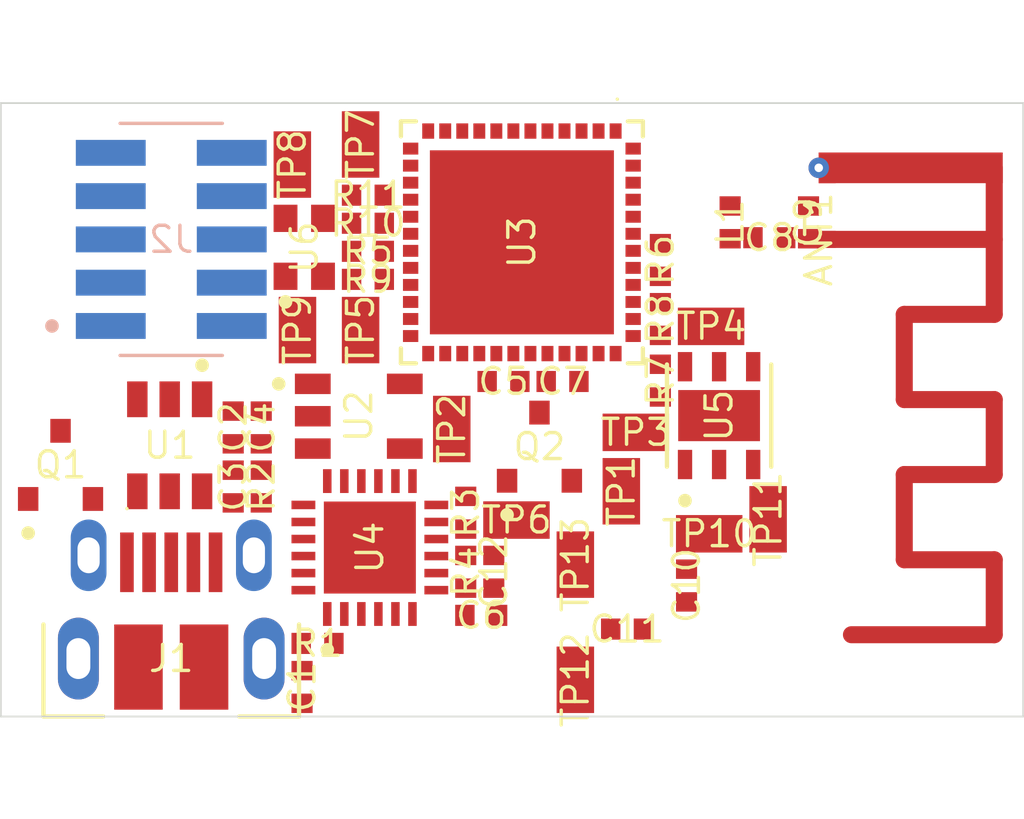
<source format=kicad_pcb>
(kicad_pcb (version 20171130) (host pcbnew 5.0.2)
  (general
    (links 0)
    (no_connects 0)
    (area 0 0 0 0)
    (thickness 1.6)
    (drawings 10)
    (tracks 0)
    (zones 0)
    (modules 0)
    (nets 36))
  (page A4)  (layers
    (0 F.Cu signal)
    (1 In1.Cu signal)
    (2 In2.Cu signal)
    (31 B.Cu signal)
    (32 B.Adhes user)
    (33 F.Adhes user)
    (34 B.Paste user)
    (35 F.Paste user)
    (36 B.SilkS user)
    (37 F.SilkS user)
    (38 B.Mask user)
    (39 F.Mask user)
    (40 Dwgs.User user)
    (41 Cmts.User user)
    (42 Eco1.User user)
    (43 Eco2.User user)
    (44 Edge.Cuts user)
    (45 Margin user)
    (46 B.CrtYd user)
    (47 F.CrtYd user)
    (48 B.Fab user)
    (49 F.Fab user))
  (setup
    (last_trace_width 0)
    (trace_clearance 0.2)
    (zone_clearance 0)
    (zone_45_only no)
    (trace_min 0.13)
    (segment_width 0.2)
    (edge_width 0.15)
    (via_size 0.5588)
    (via_drill 0.254)
    (via_min_size 0.5588)
    (via_min_drill 0.254)
    (uvia_size 0.01)
    (uvia_drill 0)
    (uvias_allowed no)
    (uvia_min_size 0)
    (uvia_min_drill 0)
    (pcb_text_width 0.3)
    (pcb_text_size 1.5 1.5)
    (mod_edge_width 0.15)
    (mod_text_size 1 1)
    (mod_text_width 0.15)
    (pad_size 1.524 1.524)
    (pad_drill 0.762)
    (pad_to_mask_clearance 0.051)
    (aux_axis_origin 0 0)
    (visible_elements FFFFFF7F)
    (pcbplotparams
      (layerselection 0x00030_80000001)
      (usegerberextensions false)
      (excludeedgelayer true)
      (linewidth 0.050000)
      (plotframeref false)
      (viasonmask false)
      (mode 1)
      (useauxorigin false)
      (hpglpennumber 1)
      (hpglpenspeed 20)
      (hpglpendiameter 15)
      (hpglpenoverlay 2)
      (psnegative false)
      (psa4output false)
      (plotreference true)
      (plotvalue true)
      (plotinvisibletext false)
      (padsonsilk false)
      (subtractmaskfromsilk false)
      (outputformat 1)
      (mirror false)
      (drillshape 1)
      (scaleselection 1)
      (outputdirectory ""))
  )
  (net 1 "D+")
  (net 2 "PC-TX")
  (net 3 "H-I2C_sda")
  (net 4 "PC-SET")
  (net 5 "VBUS")
  (net 6 "ESP-TX")
  (net 7 "D-")
  (net 8 "P5V0")
  (net 9 "P3V3")
  (net 10 "PC-RX")
  (net 11 "gnd")
  (net 12 "H-I2C_scl")
  (net 13 "ID")
  (net 14 "PC-RESET")
  (net 15 "ESP-RX")
  (net 16 "b")
  (net 17 "TXD_SCI")
  (net 18 "pwm1_timer")
  (net 19 "c")
  (net 20 "l_b")
  (net 21 "launch")
  (net 22 "pwm0_timer")
  (net 23 "RTS_ECI")
  (net 24 "RTS_SCI")
  (net 25 "g")
  (net 26 "LNA-IN")
  (net 27 "nRST")
  (net 28 "DTR_ECI")
  (net 29 "EN")
  (net 30 "RXD_SCI")
  (net 31 "r")
  (net 32 "proc_q1_b")
  (net 33 "DTR_SCI")
  (net 34 "pwm2_timer")
  (net 35 "rid_p1")
  (module ble-mote:dummy0 (layer F.Cu) (tedit 00000000)
    (at 160.2 97.9 0.0)
    (fp_poly (pts (xy -2.7 -0.45) (xy -2.7 0.45) (xy 2.7 0.45) (xy 2.7 -0.45)) (layer F.Cu) (width 0)))
  (module ble-mote:ant_2GHz4_inverted_f_geom (layer F.Cu) (tedit 00000000)
    (at 157.5 100.0 270.0)
    (pad launch smd rect
      (at 0.0 -0.25 270.0)
      (size 0.5 0.5)
      (net 21 "launch")
      (layers F.Cu F.Paste))
    (pad gnd smd rect
      (at -2.1 -0.25 270.0)
      (size 0.9 0.5)
      (net 11 "gnd")
      (layers F.Cu F.Paste))
    (fp_poly (pts (xy -0.4 0.15) (xy 0.4 0.15) (xy 0.4 -0.65) (xy -0.4 -0.65)) (layer F.Mask) (width 0))
    (fp_poly (pts (xy -2.7 0.15) (xy -1.5 0.15) (xy -1.5 -0.65) (xy -2.7 -0.65)) (layer F.Mask) (width 0))
    (fp_line (start -4.0 -0.5) (end 14.0 -0.5) (layer F.CrtYd) (width 0.05))
    (fp_line (start 14.0 -0.5) (end 14.0 -6.0) (layer F.CrtYd) (width 0.05))
    (fp_line (start 14.0 -6.0) (end -4.0 -6.0) (layer F.CrtYd) (width 0.05))
    (fp_line (start -4.0 -6.0) (end -4.0 -0.5) (layer F.CrtYd) (width 0.05))
    (fp_line (start -4.0 -0.5) (end 14.0 -0.5) (layer B.CrtYd) (width 0.05))
    (fp_line (start 14.0 -0.5) (end 14.0 -6.0) (layer B.CrtYd) (width 0.05))
    (fp_line (start 14.0 -6.0) (end -4.0 -6.0) (layer B.CrtYd) (width 0.05))
    (fp_line (start -4.0 -6.0) (end -4.0 -0.5) (layer B.CrtYd) (width 0.05))
    (fp_line (start 17.0 -6.0) (end -7.0 -6.0) (layer Cmts.User) (width 0.05))
    (fp_text reference "ANT1" (at 0.0 0.0 90.0) (layer F.SilkS)
      (effects (font (size 0.762 0.762) (thickness 0.10)) (justify ))))
  (module ble-mote:ipc_two_pin_landpattern (layer F.Cu) (tedit 00000000)
    (at 153.621002197266 110.15700006485 90.0)
    (pad 1 smd rect
      (at -0.48 0.0 90.0)
      (size 0.57 0.62)
      (net 11 "gnd")
      (layers F.Cu F.Paste))
    (pad 2 smd rect
      (at 0.48 0.0 90.0)
      (size 0.57 0.62)
      (net 9 "P3V3")
      (layers F.Cu F.Paste))
    (fp_poly (pts (xy -0.915 0.46) (xy -0.045 0.46) (xy -0.045 -0.46) (xy -0.915 -0.46)) (layer F.Mask) (width 0))
    (fp_poly (pts (xy 0.045 0.46) (xy 0.915 0.46) (xy 0.915 -0.46) (xy 0.045 -0.46)) (layer F.Mask) (width 0))
    (fp_line (start -0.765 0.31) (end 0.765 0.31) (layer F.CrtYd) (width 0.05))
    (fp_line (start 0.765 0.31) (end 0.765 -0.31) (layer F.CrtYd) (width 0.05))
    (fp_line (start 0.765 -0.31) (end -0.765 -0.31) (layer F.CrtYd) (width 0.05))
    (fp_line (start -0.765 -0.31) (end -0.765 0.31) (layer F.CrtYd) (width 0.05))
    (fp_text reference "C10" (at 0.0 0.0 90.0) (layer F.SilkS)
      (effects (font (size 0.762 0.762) (thickness 0.10)) (justify )))
    (fp_text reference "C10" (at 0.0 0.0 90.0) (layer F.SilkS)
      (effects (font (size 0.762 0.762) (thickness 0.10)) (justify ))))
  (module ble-mote:ipc_two_pin_landpattern (layer F.Cu) (tedit 00000000)
    (at 147.141401171684 109.753799915314 270.0)
    (pad 1 smd rect
      (at -0.48 0.0 270.0)
      (size 0.57 0.62)
      (net 27 "nRST")
      (layers F.Cu F.Paste))
    (pad 2 smd rect
      (at 0.48 0.0 270.0)
      (size 0.57 0.62)
      (net 9 "P3V3")
      (layers F.Cu F.Paste))
    (fp_poly (pts (xy -0.915 0.46) (xy -0.045 0.46) (xy -0.045 -0.46) (xy -0.915 -0.46)) (layer F.Mask) (width 0))
    (fp_poly (pts (xy 0.045 0.46) (xy 0.915 0.46) (xy 0.915 -0.46) (xy 0.045 -0.46)) (layer F.Mask) (width 0))
    (fp_line (start -0.765 0.31) (end 0.765 0.31) (layer F.CrtYd) (width 0.05))
    (fp_line (start 0.765 0.31) (end 0.765 -0.31) (layer F.CrtYd) (width 0.05))
    (fp_line (start 0.765 -0.31) (end -0.765 -0.31) (layer F.CrtYd) (width 0.05))
    (fp_line (start -0.765 -0.31) (end -0.765 0.31) (layer F.CrtYd) (width 0.05))
    (fp_text reference "R4" (at 0.0 0.0 90.0) (layer F.SilkS)
      (effects (font (size 0.762 0.762) (thickness 0.10)) (justify )))
    (fp_text reference "R4" (at 0.0 0.0 90.0) (layer F.SilkS)
      (effects (font (size 0.762 0.762) (thickness 0.10)) (justify ))))
  (module ble-mote:ipc_two_pin_landpattern (layer F.Cu) (tedit 00000000)
    (at 152.852800369263 102.337400436401 90.0)
    (pad 1 smd rect
      (at -0.48 0.0 90.0)
      (size 0.57 0.62)
      (net 12 "H-I2C_scl")
      (layers F.Cu F.Paste))
    (pad 2 smd rect
      (at 0.48 0.0 90.0)
      (size 0.57 0.62)
      (net 9 "P3V3")
      (layers F.Cu F.Paste))
    (fp_poly (pts (xy -0.915 0.46) (xy -0.045 0.46) (xy -0.045 -0.46) (xy -0.915 -0.46)) (layer F.Mask) (width 0))
    (fp_poly (pts (xy 0.045 0.46) (xy 0.915 0.46) (xy 0.915 -0.46) (xy 0.045 -0.46)) (layer F.Mask) (width 0))
    (fp_line (start -0.765 0.31) (end 0.765 0.31) (layer F.CrtYd) (width 0.05))
    (fp_line (start 0.765 0.31) (end 0.765 -0.31) (layer F.CrtYd) (width 0.05))
    (fp_line (start 0.765 -0.31) (end -0.765 -0.31) (layer F.CrtYd) (width 0.05))
    (fp_line (start -0.765 -0.31) (end -0.765 0.31) (layer F.CrtYd) (width 0.05))
    (fp_text reference "R8" (at 0.0 0.0 90.0) (layer F.SilkS)
      (effects (font (size 0.762 0.762) (thickness 0.10)) (justify )))
    (fp_text reference "R8" (at 0.0 0.0 90.0) (layer F.SilkS)
      (effects (font (size 0.762 0.762) (thickness 0.10)) (justify ))))
  (module ble-mote:ipc_two_pin_landpattern (layer F.Cu) (tedit 00000000)
    (at 144.27140045166 100.349199295044 180.0)
    (pad 1 smd rect
      (at -0.48 0.0 180.0)
      (size 0.57 0.62)
      (net 9 "P3V3")
      (layers F.Cu F.Paste))
    (pad 2 smd rect
      (at 0.48 0.0 180.0)
      (size 0.57 0.62)
      (net 4 "PC-SET")
      (layers F.Cu F.Paste))
    (fp_poly (pts (xy -0.915 0.46) (xy -0.045 0.46) (xy -0.045 -0.46) (xy -0.915 -0.46)) (layer F.Mask) (width 0))
    (fp_poly (pts (xy 0.045 0.46) (xy 0.915 0.46) (xy 0.915 -0.46) (xy 0.045 -0.46)) (layer F.Mask) (width 0))
    (fp_line (start -0.765 0.31) (end 0.765 0.31) (layer F.CrtYd) (width 0.05))
    (fp_line (start 0.765 0.31) (end 0.765 -0.31) (layer F.CrtYd) (width 0.05))
    (fp_line (start 0.765 -0.31) (end -0.765 -0.31) (layer F.CrtYd) (width 0.05))
    (fp_line (start -0.765 -0.31) (end -0.765 0.31) (layer F.CrtYd) (width 0.05))
    (fp_text reference "R5" (at 0.0 0.0 0.0) (layer F.SilkS)
      (effects (font (size 0.762 0.762) (thickness 0.10)) (justify )))
    (fp_text reference "R5" (at 0.0 0.0 0.0) (layer F.SilkS)
      (effects (font (size 0.762 0.762) (thickness 0.10)) (justify ))))
  (module ble-mote:ipc_two_pin_landpattern (layer F.Cu) (tedit 00000000)
    (at 144.27140045166 101.172399520874 180.0)
    (pad 1 smd rect
      (at -0.48 0.0 180.0)
      (size 0.57 0.62)
      (net 22 "pwm0_timer")
      (layers F.Cu F.Paste))
    (pad 2 smd rect
      (at 0.48 0.0 180.0)
      (size 0.57 0.62)
      (net 31 "r")
      (layers F.Cu F.Paste))
    (fp_poly (pts (xy -0.915 0.46) (xy -0.045 0.46) (xy -0.045 -0.46) (xy -0.915 -0.46)) (layer F.Mask) (width 0))
    (fp_poly (pts (xy 0.045 0.46) (xy 0.915 0.46) (xy 0.915 -0.46) (xy 0.045 -0.46)) (layer F.Mask) (width 0))
    (fp_line (start -0.765 0.31) (end 0.765 0.31) (layer F.CrtYd) (width 0.05))
    (fp_line (start 0.765 0.31) (end 0.765 -0.31) (layer F.CrtYd) (width 0.05))
    (fp_line (start 0.765 -0.31) (end -0.765 -0.31) (layer F.CrtYd) (width 0.05))
    (fp_line (start -0.765 -0.31) (end -0.765 0.31) (layer F.CrtYd) (width 0.05))
    (fp_text reference "R9" (at 0.0 0.0 0.0) (layer F.SilkS)
      (effects (font (size 0.762 0.762) (thickness 0.10)) (justify )))
    (fp_text reference "R9" (at 0.0 0.0 0.0) (layer F.SilkS)
      (effects (font (size 0.762 0.762) (thickness 0.10)) (justify ))))
  (module ble-mote:ipc_two_pin_landpattern (layer F.Cu) (tedit 00000000)
    (at 144.27140045166 98.7027988433838 180.0)
    (pad 1 smd rect
      (at -0.48 0.0 180.0)
      (size 0.57 0.62)
      (net 34 "pwm2_timer")
      (layers F.Cu F.Paste))
    (pad 2 smd rect
      (at 0.48 0.0 180.0)
      (size 0.57 0.62)
      (net 20 "l_b")
      (layers F.Cu F.Paste))
    (fp_poly (pts (xy -0.915 0.46) (xy -0.045 0.46) (xy -0.045 -0.46) (xy -0.915 -0.46)) (layer F.Mask) (width 0))
    (fp_poly (pts (xy 0.045 0.46) (xy 0.915 0.46) (xy 0.915 -0.46) (xy 0.045 -0.46)) (layer F.Mask) (width 0))
    (fp_line (start -0.765 0.31) (end 0.765 0.31) (layer F.CrtYd) (width 0.05))
    (fp_line (start 0.765 0.31) (end 0.765 -0.31) (layer F.CrtYd) (width 0.05))
    (fp_line (start 0.765 -0.31) (end -0.765 -0.31) (layer F.CrtYd) (width 0.05))
    (fp_line (start -0.765 -0.31) (end -0.765 0.31) (layer F.CrtYd) (width 0.05))
    (fp_text reference "R11" (at 0.0 0.0 0.0) (layer F.SilkS)
      (effects (font (size 0.762 0.762) (thickness 0.10)) (justify )))
    (fp_text reference "R11" (at 0.0 0.0 0.0) (layer F.SilkS)
      (effects (font (size 0.762 0.762) (thickness 0.10)) (justify ))))
  (module ble-mote:rc_landpattern (layer F.Cu) (tedit 00000000)
    (at 154.341000556946 102.552400350571 0.0)
    (pad p smd rect
      (at 0.0 0.0 0.0)
      (size 1.95 1.1)
      (net 12 "H-I2C_scl")
      (layers F.Cu F.Paste))
    (fp_poly (pts (xy -1.125 0.7) (xy 1.125 0.7) (xy 1.125 -0.7) (xy -1.125 -0.7)) (layer F.Mask) (width 0))
    (fp_line (start -0.975 0.55) (end 0.975 0.55) (layer F.CrtYd) (width 0.05))
    (fp_line (start 0.975 0.55) (end 0.975 -0.55) (layer F.CrtYd) (width 0.05))
    (fp_line (start 0.975 -0.55) (end -0.975 -0.55) (layer F.CrtYd) (width 0.05))
    (fp_line (start -0.975 -0.55) (end -0.975 0.55) (layer F.CrtYd) (width 0.05))
    (fp_text reference "TP4" (at 0.0 0.0 0.0) (layer F.SilkS)
      (effects (font (size 0.762 0.762) (thickness 0.10)) (justify ))))
  (module ble-mote:rc_landpattern (layer F.Cu) (tedit 00000000)
    (at 142.053200244904 97.8042001724243 90.0)
    (pad p smd rect
      (at 0.0 0.0 90.0)
      (size 1.95 1.1)
      (net 10 "PC-RX")
      (layers F.Cu F.Paste))
    (fp_poly (pts (xy -1.125 0.7) (xy 1.125 0.7) (xy 1.125 -0.7) (xy -1.125 -0.7)) (layer F.Mask) (width 0))
    (fp_line (start -0.975 0.55) (end 0.975 0.55) (layer F.CrtYd) (width 0.05))
    (fp_line (start 0.975 0.55) (end 0.975 -0.55) (layer F.CrtYd) (width 0.05))
    (fp_line (start 0.975 -0.55) (end -0.975 -0.55) (layer F.CrtYd) (width 0.05))
    (fp_line (start -0.975 -0.55) (end -0.975 0.55) (layer F.CrtYd) (width 0.05))
    (fp_text reference "TP8" (at 0.0 0.0 90.0) (layer F.SilkS)
      (effects (font (size 0.762 0.762) (thickness 0.10)) (justify ))))
  (module ble-mote:rc_landpattern (layer F.Cu) (tedit 00000000)
    (at 150.357801675797 112.923399925232 90.0)
    (pad p smd rect
      (at 0.0 0.0 90.0)
      (size 1.95 1.1)
      (net 11 "gnd")
      (layers F.Cu F.Paste))
    (fp_poly (pts (xy -1.125 0.7) (xy 1.125 0.7) (xy 1.125 -0.7) (xy -1.125 -0.7)) (layer F.Mask) (width 0))
    (fp_line (start -0.975 0.55) (end 0.975 0.55) (layer F.CrtYd) (width 0.05))
    (fp_line (start 0.975 0.55) (end 0.975 -0.55) (layer F.CrtYd) (width 0.05))
    (fp_line (start 0.975 -0.55) (end -0.975 -0.55) (layer F.CrtYd) (width 0.05))
    (fp_line (start -0.975 -0.55) (end -0.975 0.55) (layer F.CrtYd) (width 0.05))
    (fp_text reference "TP12" (at 0.0 0.0 90.0) (layer F.SilkS)
      (effects (font (size 0.762 0.762) (thickness 0.10)) (justify ))))
  (module ble-mote:ipc_two_pin_landpattern (layer F.Cu) (tedit 00000000)
    (at 142.793200492859 111.855199813843 0.0)
    (pad 1 smd rect
      (at -0.48 0.0 0.0)
      (size 0.57 0.62)
      (net 35 "rid_p1")
      (layers F.Cu F.Paste))
    (pad 2 smd rect
      (at 0.48 0.0 0.0)
      (size 0.57 0.62)
      (net 11 "gnd")
      (layers F.Cu F.Paste))
    (fp_poly (pts (xy -0.915 0.46) (xy -0.045 0.46) (xy -0.045 -0.46) (xy -0.915 -0.46)) (layer F.Mask) (width 0))
    (fp_poly (pts (xy 0.045 0.46) (xy 0.915 0.46) (xy 0.915 -0.46) (xy 0.045 -0.46)) (layer F.Mask) (width 0))
    (fp_line (start -0.765 0.31) (end 0.765 0.31) (layer F.CrtYd) (width 0.05))
    (fp_line (start 0.765 0.31) (end 0.765 -0.31) (layer F.CrtYd) (width 0.05))
    (fp_line (start 0.765 -0.31) (end -0.765 -0.31) (layer F.CrtYd) (width 0.05))
    (fp_line (start -0.765 -0.31) (end -0.765 0.31) (layer F.CrtYd) (width 0.05))
    (fp_text reference "R1" (at 0.0 0.0 0.0) (layer F.SilkS)
      (effects (font (size 0.762 0.762) (thickness 0.10)) (justify )))
    (fp_text reference "R1" (at 0.0 0.0 0.0) (layer F.SilkS)
      (effects (font (size 0.762 0.762) (thickness 0.10)) (justify ))))
  (module ble-mote:ipc_two_pin_landpattern (layer F.Cu) (tedit 00000000)
    (at 140.317999839783 105.518599510193 270.0)
    (pad 1 smd rect
      (at -0.48 0.0 270.0)
      (size 0.57 0.62)
      (net 5 "VBUS")
      (layers F.Cu F.Paste))
    (pad 2 smd rect
      (at 0.48 0.0 270.0)
      (size 0.57 0.62)
      (net 11 "gnd")
      (layers F.Cu F.Paste))
    (fp_poly (pts (xy -0.915 0.46) (xy -0.045 0.46) (xy -0.045 -0.46) (xy -0.915 -0.46)) (layer F.Mask) (width 0))
    (fp_poly (pts (xy 0.045 0.46) (xy 0.915 0.46) (xy 0.915 -0.46) (xy 0.045 -0.46)) (layer F.Mask) (width 0))
    (fp_line (start -0.765 0.31) (end 0.765 0.31) (layer F.CrtYd) (width 0.05))
    (fp_line (start 0.765 0.31) (end 0.765 -0.31) (layer F.CrtYd) (width 0.05))
    (fp_line (start 0.765 -0.31) (end -0.765 -0.31) (layer F.CrtYd) (width 0.05))
    (fp_line (start -0.765 -0.31) (end -0.765 0.31) (layer F.CrtYd) (width 0.05))
    (fp_text reference "C2" (at 0.0 0.0 90.0) (layer F.SilkS)
      (effects (font (size 0.762 0.762) (thickness 0.10)) (justify )))
    (fp_text reference "C2" (at 0.0 0.0 90.0) (layer F.SilkS)
      (effects (font (size 0.762 0.762) (thickness 0.10)) (justify ))))
  (module ble-mote:ipc_two_pin_landpattern (layer F.Cu) (tedit 00000000)
    (at 141.141200065613 105.518599510193 90.0)
    (pad 1 smd rect
      (at -0.48 0.0 90.0)
      (size 0.57 0.62)
      (net 11 "gnd")
      (layers F.Cu F.Paste))
    (pad 2 smd rect
      (at 0.48 0.0 90.0)
      (size 0.57 0.62)
      (net 8 "P5V0")
      (layers F.Cu F.Paste))
    (fp_poly (pts (xy -0.915 0.46) (xy -0.045 0.46) (xy -0.045 -0.46) (xy -0.915 -0.46)) (layer F.Mask) (width 0))
    (fp_poly (pts (xy 0.045 0.46) (xy 0.915 0.46) (xy 0.915 -0.46) (xy 0.045 -0.46)) (layer F.Mask) (width 0))
    (fp_line (start -0.765 0.31) (end 0.765 0.31) (layer F.CrtYd) (width 0.05))
    (fp_line (start 0.765 0.31) (end 0.765 -0.31) (layer F.CrtYd) (width 0.05))
    (fp_line (start 0.765 -0.31) (end -0.765 -0.31) (layer F.CrtYd) (width 0.05))
    (fp_line (start -0.765 -0.31) (end -0.765 0.31) (layer F.CrtYd) (width 0.05))
    (fp_text reference "C4" (at 0.0 0.0 90.0) (layer F.SilkS)
      (effects (font (size 0.762 0.762) (thickness 0.10)) (justify )))
    (fp_text reference "C4" (at 0.0 0.0 90.0) (layer F.SilkS)
      (effects (font (size 0.762 0.762) (thickness 0.10)) (justify ))))
  (module ble-mote:ipc_two_pin_landpattern (layer F.Cu) (tedit 00000000)
    (at 147.5964012146 111.031999588013 180.0)
    (pad 1 smd rect
      (at -0.48 0.0 180.0)
      (size 0.57 0.62)
      (net 11 "gnd")
      (layers F.Cu F.Paste))
    (pad 2 smd rect
      (at 0.48 0.0 180.0)
      (size 0.57 0.62)
      (net 9 "P3V3")
      (layers F.Cu F.Paste))
    (fp_poly (pts (xy -0.915 0.46) (xy -0.045 0.46) (xy -0.045 -0.46) (xy -0.915 -0.46)) (layer F.Mask) (width 0))
    (fp_poly (pts (xy 0.045 0.46) (xy 0.915 0.46) (xy 0.915 -0.46) (xy 0.045 -0.46)) (layer F.Mask) (width 0))
    (fp_line (start -0.765 0.31) (end 0.765 0.31) (layer F.CrtYd) (width 0.05))
    (fp_line (start 0.765 0.31) (end 0.765 -0.31) (layer F.CrtYd) (width 0.05))
    (fp_line (start 0.765 -0.31) (end -0.765 -0.31) (layer F.CrtYd) (width 0.05))
    (fp_line (start -0.765 -0.31) (end -0.765 0.31) (layer F.CrtYd) (width 0.05))
    (fp_text reference "C6" (at 0.0 0.0 0.0) (layer F.SilkS)
      (effects (font (size 0.762 0.762) (thickness 0.10)) (justify )))
    (fp_text reference "C6" (at 0.0 0.0 0.0) (layer F.SilkS)
      (effects (font (size 0.762 0.762) (thickness 0.10)) (justify ))))
  (module ble-mote:SOT95P280X100_3N (layer F.Cu) (tedit 00000000)
    (at 135.251600265503 106.616799712181 0.0)
    (pad 1 smd rect
      (at -0.95 1.0 0.0)
      (size 0.6 0.7)
      (net 16 "b")
      (layers F.Cu F.Paste))
    (pad 2 smd rect
      (at 0.95 1.0 0.0)
      (size 0.6 0.7)
      (net 23 "RTS_ECI")
      (layers F.Cu F.Paste))
    (pad 3 smd rect
      (at 0.0 -1.0 0.0)
      (size 0.6 0.7)
      (net 29 "EN")
      (layers F.Cu F.Paste))
    (fp_poly (pts (xy -1.4 1.5) (xy -0.5 1.5) (xy -0.5 0.5) (xy -1.4 0.5)) (layer F.Mask) (width 0))
    (fp_poly (pts (xy 0.5 1.5) (xy 1.4 1.5) (xy 1.4 0.5) (xy 0.5 0.5)) (layer F.Mask) (width 0))
    (fp_poly (pts (xy -0.45 -0.5) (xy 0.45 -0.5) (xy 0.45 -1.5) (xy -0.45 -1.5)) (layer F.Mask) (width 0))
    (fp_line (start -1.65 1.4) (end 1.65 1.4) (layer F.CrtYd) (width 0.05))
    (fp_line (start 1.65 1.4) (end 1.65 -1.4) (layer F.CrtYd) (width 0.05))
    (fp_line (start 1.65 -1.4) (end -1.65 -1.4) (layer F.CrtYd) (width 0.05))
    (fp_line (start -1.65 -1.4) (end -1.65 1.4) (layer F.CrtYd) (width 0.05))
    (fp_poly (pts (xy -0.75 2.0) (xy -0.753842943919354 1.96098193559677) (xy -0.765224093497743 1.92346331352698) (xy -0.783706077539491 1.88888595339608) (xy -0.80857864376269 1.85857864376269) (xy -0.83888595339608 1.83370607753949) (xy -0.873463313526982 1.81522409349774) (xy -0.910981935596774 1.80384294391935) (xy -0.95 1.8) (xy -0.989018064403226 1.80384294391935) (xy -1.02653668647302 1.81522409349774) (xy -1.06111404660392 1.83370607753949) (xy -1.09142135623731 1.85857864376269) (xy -1.11629392246051 1.88888595339608) (xy -1.13477590650226 1.92346331352698) (xy -1.14615705608065 1.96098193559677) (xy -1.15 2.0) (xy -1.14615705608065 2.03901806440323) (xy -1.13477590650226 2.07653668647302) (xy -1.11629392246051 2.11111404660392) (xy -1.09142135623731 2.14142135623731) (xy -1.06111404660392 2.16629392246051) (xy -1.02653668647302 2.18477590650226) (xy -0.989018064403226 2.19615705608065) (xy -0.95 2.2) (xy -0.910981935596774 2.19615705608065) (xy -0.873463313526982 2.18477590650226) (xy -0.83888595339608 2.16629392246051) (xy -0.808578643762691 2.14142135623731) (xy -0.783706077539491 2.11111404660392) (xy -0.765224093497743 2.07653668647302) (xy -0.753842943919354 2.03901806440323)) (layer F.SilkS) (width 0))
    (fp_text reference "Q1" (at 0.0 0.0 0.0) (layer F.SilkS)
      (effects (font (size 0.762 0.762) (thickness 0.10)) (justify ))))
  (module ble-mote:SOT95P280X100_3N (layer F.Cu) (tedit 00000000)
    (at 149.304601311684 106.082399725914 0.0)
    (pad 1 smd rect
      (at -0.95 1.0 0.0)
      (size 0.6 0.7)
      (net 32 "proc_q1_b")
      (layers F.Cu F.Paste))
    (pad 2 smd rect
      (at 0.95 1.0 0.0)
      (size 0.6 0.7)
      (net 28 "DTR_ECI")
      (layers F.Cu F.Paste))
    (pad 3 smd rect
      (at 0.0 -1.0 0.0)
      (size 0.6 0.7)
      (net 19 "c")
      (layers F.Cu F.Paste))
    (fp_poly (pts (xy -1.4 1.5) (xy -0.5 1.5) (xy -0.5 0.5) (xy -1.4 0.5)) (layer F.Mask) (width 0))
    (fp_poly (pts (xy 0.5 1.5) (xy 1.4 1.5) (xy 1.4 0.5) (xy 0.5 0.5)) (layer F.Mask) (width 0))
    (fp_poly (pts (xy -0.45 -0.5) (xy 0.45 -0.5) (xy 0.45 -1.5) (xy -0.45 -1.5)) (layer F.Mask) (width 0))
    (fp_line (start -1.65 1.4) (end 1.65 1.4) (layer F.CrtYd) (width 0.05))
    (fp_line (start 1.65 1.4) (end 1.65 -1.4) (layer F.CrtYd) (width 0.05))
    (fp_line (start 1.65 -1.4) (end -1.65 -1.4) (layer F.CrtYd) (width 0.05))
    (fp_line (start -1.65 -1.4) (end -1.65 1.4) (layer F.CrtYd) (width 0.05))
    (fp_poly (pts (xy -0.75 2.0) (xy -0.753842943919354 1.96098193559677) (xy -0.765224093497743 1.92346331352698) (xy -0.783706077539491 1.88888595339608) (xy -0.80857864376269 1.85857864376269) (xy -0.83888595339608 1.83370607753949) (xy -0.873463313526982 1.81522409349774) (xy -0.910981935596774 1.80384294391935) (xy -0.95 1.8) (xy -0.989018064403226 1.80384294391935) (xy -1.02653668647302 1.81522409349774) (xy -1.06111404660392 1.83370607753949) (xy -1.09142135623731 1.85857864376269) (xy -1.11629392246051 1.88888595339608) (xy -1.13477590650226 1.92346331352698) (xy -1.14615705608065 1.96098193559677) (xy -1.15 2.0) (xy -1.14615705608065 2.03901806440323) (xy -1.13477590650226 2.07653668647302) (xy -1.11629392246051 2.11111404660392) (xy -1.09142135623731 2.14142135623731) (xy -1.06111404660392 2.16629392246051) (xy -1.02653668647302 2.18477590650226) (xy -0.989018064403226 2.19615705608065) (xy -0.95 2.2) (xy -0.910981935596774 2.19615705608065) (xy -0.873463313526982 2.18477590650226) (xy -0.83888595339608 2.16629392246051) (xy -0.808578643762691 2.14142135623731) (xy -0.783706077539491 2.11111404660392) (xy -0.765224093497743 2.07653668647302) (xy -0.753842943919354 2.03901806440323)) (layer F.SilkS) (width 0))
    (fp_text reference "Q2" (at 0.0 0.0 0.0) (layer F.SilkS)
      (effects (font (size 0.762 0.762) (thickness 0.10)) (justify ))))
  (module ble-mote:ipc_two_pin_landpattern (layer F.Cu) (tedit 00000000)
    (at 141.141200065613 107.251799583435 270.0)
    (pad 1 smd rect
      (at -0.48 0.0 270.0)
      (size 0.57 0.62)
      (net 28 "DTR_ECI")
      (layers F.Cu F.Paste))
    (pad 2 smd rect
      (at 0.48 0.0 270.0)
      (size 0.57 0.62)
      (net 16 "b")
      (layers F.Cu F.Paste))
    (fp_poly (pts (xy -0.915 0.46) (xy -0.045 0.46) (xy -0.045 -0.46) (xy -0.915 -0.46)) (layer F.Mask) (width 0))
    (fp_poly (pts (xy 0.045 0.46) (xy 0.915 0.46) (xy 0.915 -0.46) (xy 0.045 -0.46)) (layer F.Mask) (width 0))
    (fp_line (start -0.765 0.31) (end 0.765 0.31) (layer F.CrtYd) (width 0.05))
    (fp_line (start 0.765 0.31) (end 0.765 -0.31) (layer F.CrtYd) (width 0.05))
    (fp_line (start 0.765 -0.31) (end -0.765 -0.31) (layer F.CrtYd) (width 0.05))
    (fp_line (start -0.765 -0.31) (end -0.765 0.31) (layer F.CrtYd) (width 0.05))
    (fp_text reference "R2" (at 0.0 0.0 90.0) (layer F.SilkS)
      (effects (font (size 0.762 0.762) (thickness 0.10)) (justify )))
    (fp_text reference "R2" (at 0.0 0.0 90.0) (layer F.SilkS)
      (effects (font (size 0.762 0.762) (thickness 0.10)) (justify ))))
  (module ble-mote:ipc_two_pin_landpattern (layer F.Cu) (tedit 00000000)
    (at 156.05 99.95 0.0)
    (pad 1 smd rect
      (at -0.48 0.0 0.0)
      (size 0.57 0.62)
      (net 26 "LNA-IN")
      (layers F.Cu F.Paste))
    (pad 2 smd rect
      (at 0.48 0.0 0.0)
      (size 0.57 0.62)
      (net 21 "launch")
      (layers F.Cu F.Paste))
    (fp_poly (pts (xy -0.915 0.46) (xy -0.045 0.46) (xy -0.045 -0.46) (xy -0.915 -0.46)) (layer F.Mask) (width 0))
    (fp_poly (pts (xy 0.045 0.46) (xy 0.915 0.46) (xy 0.915 -0.46) (xy 0.045 -0.46)) (layer F.Mask) (width 0))
    (fp_line (start -0.765 0.31) (end 0.765 0.31) (layer F.CrtYd) (width 0.05))
    (fp_line (start 0.765 0.31) (end 0.765 -0.31) (layer F.CrtYd) (width 0.05))
    (fp_line (start 0.765 -0.31) (end -0.765 -0.31) (layer F.CrtYd) (width 0.05))
    (fp_line (start -0.765 -0.31) (end -0.765 0.31) (layer F.CrtYd) (width 0.05))
    (fp_text reference "C8" (at 0.0 0.0 0.0) (layer F.SilkS)
      (effects (font (size 0.762 0.762) (thickness 0.10)) (justify )))
    (fp_text reference "C8" (at 0.0 0.0 0.0) (layer F.SilkS)
      (effects (font (size 0.762 0.762) (thickness 0.10)) (justify ))))
  (module ble-mote:ipc_two_pin_landpattern (layer F.Cu) (tedit 00000000)
    (at 157.2 99.5 270.0)
    (pad 1 smd rect
      (at -0.48 0.0 270.0)
      (size 0.57 0.62)
      (net 11 "gnd")
      (layers F.Cu F.Paste))
    (pad 2 smd rect
      (at 0.48 0.0 270.0)
      (size 0.57 0.62)
      (net 21 "launch")
      (layers F.Cu F.Paste))
    (fp_poly (pts (xy -0.915 0.46) (xy -0.045 0.46) (xy -0.045 -0.46) (xy -0.915 -0.46)) (layer F.Mask) (width 0))
    (fp_poly (pts (xy 0.045 0.46) (xy 0.915 0.46) (xy 0.915 -0.46) (xy 0.045 -0.46)) (layer F.Mask) (width 0))
    (fp_line (start -0.765 0.31) (end 0.765 0.31) (layer F.CrtYd) (width 0.05))
    (fp_line (start 0.765 0.31) (end 0.765 -0.31) (layer F.CrtYd) (width 0.05))
    (fp_line (start 0.765 -0.31) (end -0.765 -0.31) (layer F.CrtYd) (width 0.05))
    (fp_line (start -0.765 -0.31) (end -0.765 0.31) (layer F.CrtYd) (width 0.05))
    (fp_text reference "C9" (at 0.0 0.0 90.0) (layer F.SilkS)
      (effects (font (size 0.762 0.762) (thickness 0.10)) (justify )))
    (fp_text reference "C9" (at 0.0 0.0 90.0) (layer F.SilkS)
      (effects (font (size 0.762 0.762) (thickness 0.10)) (justify ))))
  (module ble-mote:ipc_two_pin_landpattern (layer F.Cu) (tedit 00000000)
    (at 154.9 99.5 270.0)
    (pad 1 smd rect
      (at -0.48 0.0 270.0)
      (size 0.57 0.62)
      (net 11 "gnd")
      (layers F.Cu F.Paste))
    (pad 2 smd rect
      (at 0.48 0.0 270.0)
      (size 0.57 0.62)
      (net 26 "LNA-IN")
      (layers F.Cu F.Paste))
    (fp_poly (pts (xy -0.915 0.46) (xy -0.045 0.46) (xy -0.045 -0.46) (xy -0.915 -0.46)) (layer F.Mask) (width 0))
    (fp_poly (pts (xy 0.045 0.46) (xy 0.915 0.46) (xy 0.915 -0.46) (xy 0.045 -0.46)) (layer F.Mask) (width 0))
    (fp_line (start -0.765 0.31) (end 0.765 0.31) (layer F.CrtYd) (width 0.05))
    (fp_line (start 0.765 0.31) (end 0.765 -0.31) (layer F.CrtYd) (width 0.05))
    (fp_line (start 0.765 -0.31) (end -0.765 -0.31) (layer F.CrtYd) (width 0.05))
    (fp_line (start -0.765 -0.31) (end -0.765 0.31) (layer F.CrtYd) (width 0.05))
    (fp_text reference "L1" (at 0.0 0.0 90.0) (layer F.SilkS)
      (effects (font (size 0.762 0.762) (thickness 0.10)) (justify )))
    (fp_text reference "L1" (at 0.0 0.0 90.0) (layer F.SilkS)
      (effects (font (size 0.762 0.762) (thickness 0.10)) (justify ))))
  (module ble-mote:rgb_2020 (layer F.Cu) (tedit 00000000)
    (at 142.403200149536 100.232399940491 90.0)
    (pad 1 smd rect
      (at -0.85 -0.55 90.0)
      (size 0.8 0.7)
      (net 31 "r")
      (layers F.Cu F.Paste))
    (pad 2 smd rect
      (at 0.85 -0.55 90.0)
      (size 0.8 0.7)
      (net 20 "l_b")
      (layers F.Cu F.Paste))
    (pad 3 smd rect
      (at -0.85 0.55 90.0)
      (size 0.8 0.7)
      (net 9 "P3V3")
      (layers F.Cu F.Paste))
    (pad 4 smd rect
      (at 0.85 0.55 90.0)
      (size 0.8 0.7)
      (net 25 "g")
      (layers F.Cu F.Paste))
    (fp_poly (pts (xy -1.4 -0.05) (xy -0.3 -0.05) (xy -0.3 -1.05) (xy -1.4 -1.05)) (layer F.Mask) (width 0))
    (fp_poly (pts (xy 0.3 -0.05) (xy 1.4 -0.05) (xy 1.4 -1.05) (xy 0.3 -1.05)) (layer F.Mask) (width 0))
    (fp_poly (pts (xy -1.4 1.05) (xy -0.3 1.05) (xy -0.3 0.05) (xy -1.4 0.05)) (layer F.Mask) (width 0))
    (fp_poly (pts (xy 0.3 1.05) (xy 1.4 1.05) (xy 1.4 0.05) (xy 0.3 0.05)) (layer F.Mask) (width 0))
    (fp_line (start -1.25 0.9) (end 1.25 0.9) (layer F.CrtYd) (width 0.05))
    (fp_line (start 1.25 0.9) (end 1.25 -0.9) (layer F.CrtYd) (width 0.05))
    (fp_line (start 1.25 -0.9) (end -1.25 -0.9) (layer F.CrtYd) (width 0.05))
    (fp_line (start -1.25 -0.9) (end -1.25 0.9) (layer F.CrtYd) (width 0.05))
    (fp_poly (pts (xy -1.4 -0.55) (xy -1.40384294391935 -0.589018064403226) (xy -1.41522409349774 -0.626536686473018) (xy -1.43370607753949 -0.66111404660392) (xy -1.45857864376269 -0.691421356237309) (xy -1.48888595339608 -0.716293922460509) (xy -1.52346331352698 -0.734775906502257) (xy -1.56098193559677 -0.746157056080646) (xy -1.6 -0.75) (xy -1.63901806440323 -0.746157056080646) (xy -1.67653668647302 -0.734775906502257) (xy -1.71111404660392 -0.716293922460509) (xy -1.74142135623731 -0.69142135623731) (xy -1.76629392246051 -0.66111404660392) (xy -1.78477590650226 -0.626536686473018) (xy -1.79615705608065 -0.589018064403226) (xy -1.8 -0.55) (xy -1.79615705608065 -0.510981935596774) (xy -1.78477590650226 -0.473463313526982) (xy -1.76629392246051 -0.43888595339608) (xy -1.74142135623731 -0.408578643762691) (xy -1.71111404660392 -0.383706077539491) (xy -1.67653668647302 -0.365224093497743) (xy -1.63901806440323 -0.353842943919354) (xy -1.6 -0.35) (xy -1.56098193559677 -0.353842943919354) (xy -1.52346331352698 -0.365224093497743) (xy -1.48888595339608 -0.383706077539491) (xy -1.45857864376269 -0.40857864376269) (xy -1.43370607753949 -0.43888595339608) (xy -1.41522409349774 -0.473463313526982) (xy -1.40384294391935 -0.510981935596774)) (layer F.SilkS) (width 0))
    (fp_text reference "U6" (at 0.0 0.0 90.0) (layer F.SilkS)
      (effects (font (size 0.762 0.762) (thickness 0.10)) (justify ))))
  (module ble-mote:rc_landpattern (layer F.Cu) (tedit 00000000)
    (at 151.707802057266 107.390600204468 90.0)
    (pad p smd rect
      (at 0.0 0.0 90.0)
      (size 1.95 1.1)
      (net 6 "ESP-TX")
      (layers F.Cu F.Paste))
    (fp_poly (pts (xy -1.125 0.7) (xy 1.125 0.7) (xy 1.125 -0.7) (xy -1.125 -0.7)) (layer F.Mask) (width 0))
    (fp_line (start -0.975 0.55) (end 0.975 0.55) (layer F.CrtYd) (width 0.05))
    (fp_line (start 0.975 0.55) (end 0.975 -0.55) (layer F.CrtYd) (width 0.05))
    (fp_line (start 0.975 -0.55) (end -0.975 -0.55) (layer F.CrtYd) (width 0.05))
    (fp_line (start -0.975 -0.55) (end -0.975 0.55) (layer F.CrtYd) (width 0.05))
    (fp_text reference "TP1" (at 0.0 0.0 90.0) (layer F.SilkS)
      (effects (font (size 0.762 0.762) (thickness 0.10)) (justify ))))
  (module ble-mote:rc_landpattern (layer F.Cu) (tedit 00000000)
    (at 144.056400299072 102.660599708557 90.0)
    (pad p smd rect
      (at 0.0 0.0 90.0)
      (size 1.95 1.1)
      (net 29 "EN")
      (layers F.Cu F.Paste))
    (fp_poly (pts (xy -1.125 0.7) (xy 1.125 0.7) (xy 1.125 -0.7) (xy -1.125 -0.7)) (layer F.Mask) (width 0))
    (fp_line (start -0.975 0.55) (end 0.975 0.55) (layer F.CrtYd) (width 0.05))
    (fp_line (start 0.975 0.55) (end 0.975 -0.55) (layer F.CrtYd) (width 0.05))
    (fp_line (start 0.975 -0.55) (end -0.975 -0.55) (layer F.CrtYd) (width 0.05))
    (fp_line (start -0.975 -0.55) (end -0.975 0.55) (layer F.CrtYd) (width 0.05))
    (fp_text reference "TP5" (at 0.0 0.0 90.0) (layer F.SilkS)
      (effects (font (size 0.762 0.762) (thickness 0.10)) (justify ))))
  (module ble-mote:rc_landpattern (layer F.Cu) (tedit 00000000)
    (at 142.204400062561 102.660599708557 270.0)
    (pad p smd rect
      (at 0.0 0.0 270.0)
      (size 1.95 1.1)
      (net 8 "P5V0")
      (layers F.Cu F.Paste))
    (fp_poly (pts (xy -1.125 0.7) (xy 1.125 0.7) (xy 1.125 -0.7) (xy -1.125 -0.7)) (layer F.Mask) (width 0))
    (fp_line (start -0.975 0.55) (end 0.975 0.55) (layer F.CrtYd) (width 0.05))
    (fp_line (start 0.975 0.55) (end 0.975 -0.55) (layer F.CrtYd) (width 0.05))
    (fp_line (start 0.975 -0.55) (end -0.975 -0.55) (layer F.CrtYd) (width 0.05))
    (fp_line (start -0.975 -0.55) (end -0.975 0.55) (layer F.CrtYd) (width 0.05))
    (fp_text reference "TP9" (at 0.0 0.0 90.0) (layer F.SilkS)
      (effects (font (size 0.762 0.762) (thickness 0.10)) (justify ))))
  (module ble-mote:rc_landpattern (layer F.Cu) (tedit 00000000)
    (at 150.357801675797 109.543799877167 90.0)
    (pad p smd rect
      (at 0.0 0.0 90.0)
      (size 1.95 1.1)
      (net 11 "gnd")
      (layers F.Cu F.Paste))
    (fp_poly (pts (xy -1.125 0.7) (xy 1.125 0.7) (xy 1.125 -0.7) (xy -1.125 -0.7)) (layer F.Mask) (width 0))
    (fp_line (start -0.975 0.55) (end 0.975 0.55) (layer F.CrtYd) (width 0.05))
    (fp_line (start 0.975 0.55) (end 0.975 -0.55) (layer F.CrtYd) (width 0.05))
    (fp_line (start 0.975 -0.55) (end -0.975 -0.55) (layer F.CrtYd) (width 0.05))
    (fp_line (start -0.975 -0.55) (end -0.975 0.55) (layer F.CrtYd) (width 0.05))
    (fp_text reference "TP13" (at 0.0 0.0 90.0) (layer F.SilkS)
      (effects (font (size 0.762 0.762) (thickness 0.10)) (justify ))))
  (module ble-mote:amphenol_10103594_0001lf (layer F.Cu) (tedit 00000000)
    (at 138.5 112.3 0.0)
    (pad 1 smd rect
      (at -1.3 -2.825 0.0)
      (size 0.4 1.75)
      (net 5 "VBUS")
      (layers F.Cu F.Paste))
    (pad 2 smd rect
      (at -0.65 -2.825 0.0)
      (size 0.4 1.75)
      (net 7 "D-")
      (layers F.Cu F.Paste))
    (pad 3 smd rect
      (at 0.0 -2.825 0.0)
      (size 0.4 1.75)
      (net 1 "D+")
      (layers F.Cu F.Paste))
    (pad 4 smd rect
      (at 0.65 -2.825 0.0)
      (size 0.4 1.75)
      (net 13 "ID")
      (layers F.Cu F.Paste))
    (pad 5 smd rect
      (at 1.3 -2.825 0.0)
      (size 0.4 1.75)
      (net 11 "gnd")
      (layers F.Cu F.Paste))
    (pad 6 thru_hole oval
      (at -2.425 -3.03 90.0)
      (size 1.46 0.73)
      (net 35 "rid_p1")
      (drill oval 1.05 0.65)
      (layers *.Cu ))
    (pad 7 thru_hole oval
      (at 2.425 -3.03 90.0)
      (size 1.46 0.73)
      (net 35 "rid_p1")
      (drill oval 1.05 0.65)
      (layers *.Cu ))
    (pad 8 thru_hole oval
      (at -2.725 0.0 90.0)
      (size 2.4 1.2)
      (net 35 "rid_p1")
      (drill oval 1.2 0.7)
      (layers *.Cu ))
    (pad 9 thru_hole oval
      (at 2.725 0.0 90.0)
      (size 2.4 1.2)
      (net 35 "rid_p1")
      (drill oval 1.2 0.7)
      (layers *.Cu ))
    (pad 10 smd oval
      (at -2.425 -3.03 90.0)
      (size 2.1 1.05)
      (net 35 "rid_p1")
      (layers B.Cu B.Paste))
    (pad 11 smd oval
      (at 2.425 -3.03 90.0)
      (size 2.1 1.05)
      (net 35 "rid_p1")
      (layers B.Cu B.Paste))
    (pad 13 smd rect
      (at -0.9625 0.25 0.0)
      (size 1.425 2.5)
      (net 35 "rid_p1")
      (layers F.Cu F.Paste))
    (pad 14 smd rect
      (at 0.9625 0.25 0.0)
      (size 1.425 2.5)
      (net 35 "rid_p1")
      (layers F.Cu F.Paste))
    (fp_poly (pts (xy -1.65 -1.8) (xy -0.95 -1.8) (xy -0.95 -3.85) (xy -1.65 -3.85)) (layer F.Mask) (width 0))
    (fp_poly (pts (xy -1.0 -1.8) (xy -0.3 -1.8) (xy -0.3 -3.85) (xy -1.0 -3.85)) (layer F.Mask) (width 0))
    (fp_poly (pts (xy -0.35 -1.8) (xy 0.35 -1.8) (xy 0.35 -3.85) (xy -0.35 -3.85)) (layer F.Mask) (width 0))
    (fp_poly (pts (xy 0.3 -1.8) (xy 1.0 -1.8) (xy 1.0 -3.85) (xy 0.3 -3.85)) (layer F.Mask) (width 0))
    (fp_poly (pts (xy 0.95 -1.8) (xy 1.65 -1.8) (xy 1.65 -3.85) (xy 0.95 -3.85)) (layer F.Mask) (width 0))
    (fp_poly (pts (xy -1.91 -3.395) (xy -1.91989558059234 -3.49547151583831) (xy -1.94920204075669 -3.59208196766802) (xy -1.99679314966419 -3.6811186700051) (xy -2.06084000768893 -3.75915999231107) (xy -2.1388813299949 -3.82320685033581) (xy -2.22791803233198 -3.87079795924331) (xy -2.32452848416169 -3.90010441940766) (xy -2.425 -3.91) (xy -2.52547151583831 -3.90010441940766) (xy -2.62208196766802 -3.87079795924331) (xy -2.71111867000509 -3.82320685033581) (xy -2.78915999231107 -3.75915999231107) (xy -2.85320685033581 -3.68111867000509) (xy -2.90079795924331 -3.59208196766802) (xy -2.93010441940766 -3.49547151583831) (xy -2.94 -3.395) (xy -2.94 -2.665) (xy -2.93010441940766 -2.56452848416169) (xy -2.90079795924331 -2.46791803233198) (xy -2.85320685033581 -2.3788813299949) (xy -2.78915999231107 -2.30084000768893) (xy -2.71111867000509 -2.23679314966419) (xy -2.62208196766802 -2.18920204075669) (xy -2.52547151583831 -2.15989558059234) (xy -2.425 -2.15) (xy -2.32452848416169 -2.15989558059234) (xy -2.22791803233198 -2.18920204075669) (xy -2.1388813299949 -2.23679314966419) (xy -2.06084000768893 -2.30084000768893) (xy -1.99679314966419 -2.3788813299949) (xy -1.94920204075669 -2.46791803233198) (xy -1.91989558059234 -2.56452848416169) (xy -1.91 -2.665)) (layer F.Mask) (width 0))
    (fp_poly (pts (xy -1.91 -3.395) (xy -1.91989558059234 -3.49547151583831) (xy -1.94920204075669 -3.59208196766802) (xy -1.99679314966419 -3.6811186700051) (xy -2.06084000768893 -3.75915999231107) (xy -2.1388813299949 -3.82320685033581) (xy -2.22791803233198 -3.87079795924331) (xy -2.32452848416169 -3.90010441940766) (xy -2.425 -3.91) (xy -2.52547151583831 -3.90010441940766) (xy -2.62208196766802 -3.87079795924331) (xy -2.71111867000509 -3.82320685033581) (xy -2.78915999231107 -3.75915999231107) (xy -2.85320685033581 -3.68111867000509) (xy -2.90079795924331 -3.59208196766802) (xy -2.93010441940766 -3.49547151583831) (xy -2.94 -3.395) (xy -2.94 -2.665) (xy -2.93010441940766 -2.56452848416169) (xy -2.90079795924331 -2.46791803233198) (xy -2.85320685033581 -2.3788813299949) (xy -2.78915999231107 -2.30084000768893) (xy -2.71111867000509 -2.23679314966419) (xy -2.62208196766802 -2.18920204075669) (xy -2.52547151583831 -2.15989558059234) (xy -2.425 -2.15) (xy -2.32452848416169 -2.15989558059234) (xy -2.22791803233198 -2.18920204075669) (xy -2.1388813299949 -2.23679314966419) (xy -2.06084000768893 -2.30084000768893) (xy -1.99679314966419 -2.3788813299949) (xy -1.94920204075669 -2.46791803233198) (xy -1.91989558059234 -2.56452848416169) (xy -1.91 -2.665)) (layer B.Mask) (width 0))
    (fp_poly (pts (xy 2.94 -3.395) (xy 2.93010441940766 -3.49547151583831) (xy 2.90079795924331 -3.59208196766802) (xy 2.85320685033581 -3.6811186700051) (xy 2.78915999231107 -3.75915999231107) (xy 2.71111867000509 -3.82320685033581) (xy 2.62208196766802 -3.87079795924331) (xy 2.52547151583831 -3.90010441940766) (xy 2.425 -3.91) (xy 2.32452848416169 -3.90010441940766) (xy 2.22791803233198 -3.87079795924331) (xy 2.1388813299949 -3.82320685033581) (xy 2.06084000768893 -3.75915999231107) (xy 1.99679314966419 -3.68111867000509) (xy 1.94920204075669 -3.59208196766802) (xy 1.91989558059234 -3.49547151583831) (xy 1.91 -3.395) (xy 1.91 -2.665) (xy 1.91989558059234 -2.56452848416169) (xy 1.94920204075669 -2.46791803233198) (xy 1.99679314966419 -2.3788813299949) (xy 2.06084000768893 -2.30084000768893) (xy 2.1388813299949 -2.23679314966419) (xy 2.22791803233198 -2.18920204075669) (xy 2.32452848416169 -2.15989558059234) (xy 2.425 -2.15) (xy 2.52547151583831 -2.15989558059234) (xy 2.62208196766802 -2.18920204075669) (xy 2.71111867000509 -2.23679314966419) (xy 2.78915999231107 -2.30084000768893) (xy 2.85320685033581 -2.3788813299949) (xy 2.90079795924331 -2.46791803233198) (xy 2.93010441940766 -2.56452848416169) (xy 2.94 -2.665)) (layer F.Mask) (width 0))
    (fp_poly (pts (xy 2.94 -3.395) (xy 2.93010441940766 -3.49547151583831) (xy 2.90079795924331 -3.59208196766802) (xy 2.85320685033581 -3.6811186700051) (xy 2.78915999231107 -3.75915999231107) (xy 2.71111867000509 -3.82320685033581) (xy 2.62208196766802 -3.87079795924331) (xy 2.52547151583831 -3.90010441940766) (xy 2.425 -3.91) (xy 2.32452848416169 -3.90010441940766) (xy 2.22791803233198 -3.87079795924331) (xy 2.1388813299949 -3.82320685033581) (xy 2.06084000768893 -3.75915999231107) (xy 1.99679314966419 -3.68111867000509) (xy 1.94920204075669 -3.59208196766802) (xy 1.91989558059234 -3.49547151583831) (xy 1.91 -3.395) (xy 1.91 -2.665) (xy 1.91989558059234 -2.56452848416169) (xy 1.94920204075669 -2.46791803233198) (xy 1.99679314966419 -2.3788813299949) (xy 2.06084000768893 -2.30084000768893) (xy 2.1388813299949 -2.23679314966419) (xy 2.22791803233198 -2.18920204075669) (xy 2.32452848416169 -2.15989558059234) (xy 2.425 -2.15) (xy 2.52547151583831 -2.15989558059234) (xy 2.62208196766802 -2.18920204075669) (xy 2.71111867000509 -2.23679314966419) (xy 2.78915999231107 -2.30084000768893) (xy 2.85320685033581 -2.3788813299949) (xy 2.90079795924331 -2.46791803233198) (xy 2.93010441940766 -2.56452848416169) (xy 2.94 -2.665)) (layer B.Mask) (width 0))
    (fp_poly (pts (xy -1.975 -0.6) (xy -1.98941103969758 -0.746317741512096) (xy -2.03209035061654 -0.887012574273817) (xy -2.10139779077309 -1.0166776747647) (xy -2.19466991411009 -1.13033008588991) (xy -2.3083223252353 -1.22360220922691) (xy -2.43798742572618 -1.29290964938346) (xy -2.5786822584879 -1.33558896030242) (xy -2.725 -1.35) (xy -2.8713177415121 -1.33558896030242) (xy -3.01201257427382 -1.29290964938346) (xy -3.1416776747647 -1.22360220922691) (xy -3.25533008588991 -1.13033008588991) (xy -3.34860220922691 -1.0166776747647) (xy -3.41790964938347 -0.887012574273817) (xy -3.46058896030242 -0.746317741512096) (xy -3.475 -0.6) (xy -3.475 0.6) (xy -3.46058896030242 0.746317741512096) (xy -3.41790964938347 0.887012574273817) (xy -3.34860220922691 1.0166776747647) (xy -3.25533008588991 1.13033008588991) (xy -3.1416776747647 1.22360220922691) (xy -3.01201257427382 1.29290964938346) (xy -2.8713177415121 1.33558896030242) (xy -2.725 1.35) (xy -2.5786822584879 1.33558896030242) (xy -2.43798742572618 1.29290964938346) (xy -2.3083223252353 1.22360220922691) (xy -2.19466991411009 1.13033008588991) (xy -2.10139779077309 1.0166776747647) (xy -2.03209035061654 0.887012574273817) (xy -1.98941103969758 0.746317741512096) (xy -1.975 0.6)) (layer F.Mask) (width 0))
    (fp_poly (pts (xy -1.975 -0.6) (xy -1.98941103969758 -0.746317741512096) (xy -2.03209035061654 -0.887012574273817) (xy -2.10139779077309 -1.0166776747647) (xy -2.19466991411009 -1.13033008588991) (xy -2.3083223252353 -1.22360220922691) (xy -2.43798742572618 -1.29290964938346) (xy -2.5786822584879 -1.33558896030242) (xy -2.725 -1.35) (xy -2.8713177415121 -1.33558896030242) (xy -3.01201257427382 -1.29290964938346) (xy -3.1416776747647 -1.22360220922691) (xy -3.25533008588991 -1.13033008588991) (xy -3.34860220922691 -1.0166776747647) (xy -3.41790964938347 -0.887012574273817) (xy -3.46058896030242 -0.746317741512096) (xy -3.475 -0.6) (xy -3.475 0.6) (xy -3.46058896030242 0.746317741512096) (xy -3.41790964938347 0.887012574273817) (xy -3.34860220922691 1.0166776747647) (xy -3.25533008588991 1.13033008588991) (xy -3.1416776747647 1.22360220922691) (xy -3.01201257427382 1.29290964938346) (xy -2.8713177415121 1.33558896030242) (xy -2.725 1.35) (xy -2.5786822584879 1.33558896030242) (xy -2.43798742572618 1.29290964938346) (xy -2.3083223252353 1.22360220922691) (xy -2.19466991411009 1.13033008588991) (xy -2.10139779077309 1.0166776747647) (xy -2.03209035061654 0.887012574273817) (xy -1.98941103969758 0.746317741512096) (xy -1.975 0.6)) (layer B.Mask) (width 0))
    (fp_poly (pts (xy 3.475 -0.6) (xy 3.46058896030242 -0.746317741512096) (xy 3.41790964938347 -0.887012574273817) (xy 3.34860220922691 -1.0166776747647) (xy 3.25533008588991 -1.13033008588991) (xy 3.1416776747647 -1.22360220922691) (xy 3.01201257427382 -1.29290964938346) (xy 2.8713177415121 -1.33558896030242) (xy 2.725 -1.35) (xy 2.5786822584879 -1.33558896030242) (xy 2.43798742572618 -1.29290964938346) (xy 2.3083223252353 -1.22360220922691) (xy 2.19466991411009 -1.13033008588991) (xy 2.10139779077309 -1.0166776747647) (xy 2.03209035061654 -0.887012574273817) (xy 1.98941103969758 -0.746317741512096) (xy 1.975 -0.6) (xy 1.975 0.6) (xy 1.98941103969758 0.746317741512096) (xy 2.03209035061654 0.887012574273817) (xy 2.10139779077309 1.0166776747647) (xy 2.19466991411009 1.13033008588991) (xy 2.3083223252353 1.22360220922691) (xy 2.43798742572618 1.29290964938346) (xy 2.5786822584879 1.33558896030242) (xy 2.725 1.35) (xy 2.8713177415121 1.33558896030242) (xy 3.01201257427382 1.29290964938346) (xy 3.1416776747647 1.22360220922691) (xy 3.25533008588991 1.13033008588991) (xy 3.34860220922691 1.0166776747647) (xy 3.41790964938347 0.887012574273817) (xy 3.46058896030242 0.746317741512096) (xy 3.475 0.6)) (layer F.Mask) (width 0))
    (fp_poly (pts (xy 3.475 -0.6) (xy 3.46058896030242 -0.746317741512096) (xy 3.41790964938347 -0.887012574273817) (xy 3.34860220922691 -1.0166776747647) (xy 3.25533008588991 -1.13033008588991) (xy 3.1416776747647 -1.22360220922691) (xy 3.01201257427382 -1.29290964938346) (xy 2.8713177415121 -1.33558896030242) (xy 2.725 -1.35) (xy 2.5786822584879 -1.33558896030242) (xy 2.43798742572618 -1.29290964938346) (xy 2.3083223252353 -1.22360220922691) (xy 2.19466991411009 -1.13033008588991) (xy 2.10139779077309 -1.0166776747647) (xy 2.03209035061654 -0.887012574273817) (xy 1.98941103969758 -0.746317741512096) (xy 1.975 -0.6) (xy 1.975 0.6) (xy 1.98941103969758 0.746317741512096) (xy 2.03209035061654 0.887012574273817) (xy 2.10139779077309 1.0166776747647) (xy 2.19466991411009 1.13033008588991) (xy 2.3083223252353 1.22360220922691) (xy 2.43798742572618 1.29290964938346) (xy 2.5786822584879 1.33558896030242) (xy 2.725 1.35) (xy 2.8713177415121 1.33558896030242) (xy 3.01201257427382 1.29290964938346) (xy 3.1416776747647 1.22360220922691) (xy 3.25533008588991 1.13033008588991) (xy 3.34860220922691 1.0166776747647) (xy 3.41790964938347 0.887012574273817) (xy 3.46058896030242 0.746317741512096) (xy 3.475 0.6)) (layer B.Mask) (width 0))
    (fp_poly (pts (xy -1.75 -3.555) (xy -1.76296993572782 -3.68668596736089) (xy -1.80138131555488 -3.81331131684644) (xy -1.86375801169578 -3.93000990728823) (xy -1.94770292269908 -4.03229707730092) (xy -2.04999009271177 -4.11624198830422) (xy -2.16668868315356 -4.17861868444512) (xy -2.29331403263911 -4.21703006427218) (xy -2.425 -4.23) (xy -2.55668596736089 -4.21703006427218) (xy -2.68331131684644 -4.17861868444512) (xy -2.80000990728823 -4.11624198830422) (xy -2.90229707730092 -4.03229707730092) (xy -2.98624198830422 -3.93000990728823) (xy -3.04861868444512 -3.81331131684644) (xy -3.08703006427218 -3.68668596736089) (xy -3.1 -3.555) (xy -3.1 -2.505) (xy -3.08703006427218 -2.37331403263911) (xy -3.04861868444512 -2.24668868315356) (xy -2.98624198830422 -2.12999009271177) (xy -2.90229707730092 -2.02770292269908) (xy -2.80000990728823 -1.94375801169578) (xy -2.68331131684644 -1.88138131555488) (xy -2.55668596736089 -1.84296993572782) (xy -2.425 -1.83) (xy -2.29331403263911 -1.84296993572782) (xy -2.16668868315356 -1.88138131555488) (xy -2.04999009271177 -1.94375801169578) (xy -1.94770292269908 -2.02770292269908) (xy -1.86375801169578 -2.12999009271177) (xy -1.80138131555488 -2.24668868315356) (xy -1.76296993572782 -2.37331403263911) (xy -1.75 -2.505)) (layer B.Mask) (width 0))
    (fp_poly (pts (xy 3.1 -3.555) (xy 3.08703006427218 -3.68668596736089) (xy 3.04861868444512 -3.81331131684644) (xy 2.98624198830422 -3.93000990728823) (xy 2.90229707730092 -4.03229707730092) (xy 2.80000990728823 -4.11624198830422) (xy 2.68331131684644 -4.17861868444512) (xy 2.55668596736089 -4.21703006427218) (xy 2.425 -4.23) (xy 2.29331403263911 -4.21703006427218) (xy 2.16668868315356 -4.17861868444512) (xy 2.04999009271177 -4.11624198830422) (xy 1.94770292269908 -4.03229707730092) (xy 1.86375801169578 -3.93000990728823) (xy 1.80138131555488 -3.81331131684644) (xy 1.76296993572782 -3.68668596736089) (xy 1.75 -3.555) (xy 1.75 -2.505) (xy 1.76296993572782 -2.37331403263911) (xy 1.80138131555488 -2.24668868315356) (xy 1.86375801169578 -2.12999009271177) (xy 1.94770292269908 -2.02770292269908) (xy 2.04999009271177 -1.94375801169578) (xy 2.16668868315356 -1.88138131555488) (xy 2.29331403263911 -1.84296993572782) (xy 2.425 -1.83) (xy 2.55668596736089 -1.84296993572782) (xy 2.68331131684644 -1.88138131555488) (xy 2.80000990728823 -1.94375801169578) (xy 2.90229707730092 -2.02770292269908) (xy 2.98624198830422 -2.12999009271177) (xy 3.04861868444512 -2.24668868315356) (xy 3.08703006427218 -2.37331403263911) (xy 3.1 -2.505)) (layer B.Mask) (width 0))
    (fp_poly (pts (xy -1.825 1.65) (xy -0.1 1.65) (xy -0.1 -1.15) (xy -1.825 -1.15)) (layer F.Mask) (width 0))
    (fp_poly (pts (xy 0.1 1.65) (xy 1.825 1.65) (xy 1.825 -1.15) (xy 0.1 -1.15)) (layer F.Mask) (width 0))
    (fp_line (start 3.75 -1.0) (end 3.75 1.7) (layer F.SilkS) (width 0.127))
    (fp_line (start -3.75 -1.0) (end -3.75 1.7) (layer F.SilkS) (width 0.127))
    (fp_poly (pts (xy -1.25 -4.4) (xy -1.25096073597984 -4.40975451610081) (xy -1.25380602337444 -4.41913417161826) (xy -1.25842651938487 -4.42777851165098) (xy -1.26464466094067 -4.43535533905933) (xy -1.27222148834902 -4.44157348061513) (xy -1.28086582838175 -4.44619397662556) (xy -1.29024548389919 -4.44903926402016) (xy -1.3 -4.45) (xy -1.30975451610081 -4.44903926402016) (xy -1.31913417161825 -4.44619397662556) (xy -1.32777851165098 -4.44157348061513) (xy -1.33535533905933 -4.43535533905933) (xy -1.34157348061513 -4.42777851165098) (xy -1.34619397662556 -4.41913417161826) (xy -1.34903926402016 -4.40975451610081) (xy -1.35 -4.4) (xy -1.34903926402016 -4.39024548389919) (xy -1.34619397662556 -4.38086582838175) (xy -1.34157348061513 -4.37222148834902) (xy -1.33535533905933 -4.36464466094067) (xy -1.32777851165098 -4.35842651938487) (xy -1.31913417161825 -4.35380602337444) (xy -1.30975451610081 -4.35096073597984) (xy -1.3 -4.35) (xy -1.29024548389919 -4.35096073597984) (xy -1.28086582838175 -4.35380602337444) (xy -1.27222148834902 -4.35842651938487) (xy -1.26464466094067 -4.36464466094067) (xy -1.25842651938487 -4.37222148834902) (xy -1.25380602337444 -4.38086582838175) (xy -1.25096073597984 -4.39024548389919)) (layer F.SilkS) (width 0))
    (fp_line (start -3.75 1.7) (end -1.995 1.7) (layer F.SilkS) (width 0.127))
    (fp_line (start 3.75 1.7) (end 1.995 1.7) (layer F.SilkS) (width 0.127))
    (fp_text reference "J1" (at 0.0 0.0 0.0) (layer F.SilkS)
      (effects (font (size 0.762 0.762) (thickness 0.10)) (justify ))))
  (module ble-mote:ipc_two_pin_landpattern (layer F.Cu) (tedit 00000000)
    (at 151.876001358032 111.435199737549 0.0)
    (pad 1 smd rect
      (at -0.48 0.0 0.0)
      (size 0.57 0.62)
      (net 11 "gnd")
      (layers F.Cu F.Paste))
    (pad 2 smd rect
      (at 0.48 0.0 0.0)
      (size 0.57 0.62)
      (net 9 "P3V3")
      (layers F.Cu F.Paste))
    (fp_poly (pts (xy -0.915 0.46) (xy -0.045 0.46) (xy -0.045 -0.46) (xy -0.915 -0.46)) (layer F.Mask) (width 0))
    (fp_poly (pts (xy 0.045 0.46) (xy 0.915 0.46) (xy 0.915 -0.46) (xy 0.045 -0.46)) (layer F.Mask) (width 0))
    (fp_line (start -0.765 0.31) (end 0.765 0.31) (layer F.CrtYd) (width 0.05))
    (fp_line (start 0.765 0.31) (end 0.765 -0.31) (layer F.CrtYd) (width 0.05))
    (fp_line (start 0.765 -0.31) (end -0.765 -0.31) (layer F.CrtYd) (width 0.05))
    (fp_line (start -0.765 -0.31) (end -0.765 0.31) (layer F.CrtYd) (width 0.05))
    (fp_text reference "C11" (at 0.0 0.0 0.0) (layer F.SilkS)
      (effects (font (size 0.762 0.762) (thickness 0.10)) (justify )))
    (fp_text reference "C11" (at 0.0 0.0 0.0) (layer F.SilkS)
      (effects (font (size 0.762 0.762) (thickness 0.10)) (justify ))))
  (module ble-mote:ipc_two_pin_landpattern (layer F.Cu) (tedit 00000000)
    (at 147.964601397514 109.753799915314 90.0)
    (pad 1 smd rect
      (at -0.48 0.0 90.0)
      (size 0.57 0.62)
      (net 11 "gnd")
      (layers F.Cu F.Paste))
    (pad 2 smd rect
      (at 0.48 0.0 90.0)
      (size 0.57 0.62)
      (net 9 "P3V3")
      (layers F.Cu F.Paste))
    (fp_poly (pts (xy -0.915 0.46) (xy -0.045 0.46) (xy -0.045 -0.46) (xy -0.915 -0.46)) (layer F.Mask) (width 0))
    (fp_poly (pts (xy 0.045 0.46) (xy 0.915 0.46) (xy 0.915 -0.46) (xy 0.045 -0.46)) (layer F.Mask) (width 0))
    (fp_line (start -0.765 0.31) (end 0.765 0.31) (layer F.CrtYd) (width 0.05))
    (fp_line (start 0.765 0.31) (end 0.765 -0.31) (layer F.CrtYd) (width 0.05))
    (fp_line (start 0.765 -0.31) (end -0.765 -0.31) (layer F.CrtYd) (width 0.05))
    (fp_line (start -0.765 -0.31) (end -0.765 0.31) (layer F.CrtYd) (width 0.05))
    (fp_text reference "C12" (at 0.0 0.0 90.0) (layer F.SilkS)
      (effects (font (size 0.762 0.762) (thickness 0.10)) (justify )))
    (fp_text reference "C12" (at 0.0 0.0 90.0) (layer F.SilkS)
      (effects (font (size 0.762 0.762) (thickness 0.10)) (justify ))))
  (module ble-mote:ipc_two_pin_landpattern (layer F.Cu) (tedit 00000000)
    (at 152.852800369263 104.144200325012 90.0)
    (pad 1 smd rect
      (at -0.48 0.0 90.0)
      (size 0.57 0.62)
      (net 3 "H-I2C_sda")
      (layers F.Cu F.Paste))
    (pad 2 smd rect
      (at 0.48 0.0 90.0)
      (size 0.57 0.62)
      (net 9 "P3V3")
      (layers F.Cu F.Paste))
    (fp_poly (pts (xy -0.915 0.46) (xy -0.045 0.46) (xy -0.045 -0.46) (xy -0.915 -0.46)) (layer F.Mask) (width 0))
    (fp_poly (pts (xy 0.045 0.46) (xy 0.915 0.46) (xy 0.915 -0.46) (xy 0.045 -0.46)) (layer F.Mask) (width 0))
    (fp_line (start -0.765 0.31) (end 0.765 0.31) (layer F.CrtYd) (width 0.05))
    (fp_line (start 0.765 0.31) (end 0.765 -0.31) (layer F.CrtYd) (width 0.05))
    (fp_line (start 0.765 -0.31) (end -0.765 -0.31) (layer F.CrtYd) (width 0.05))
    (fp_line (start -0.765 -0.31) (end -0.765 0.31) (layer F.CrtYd) (width 0.05))
    (fp_text reference "R7" (at 0.0 0.0 90.0) (layer F.SilkS)
      (effects (font (size 0.762 0.762) (thickness 0.10)) (justify )))
    (fp_text reference "R7" (at 0.0 0.0 90.0) (layer F.SilkS)
      (effects (font (size 0.762 0.762) (thickness 0.10)) (justify ))))
  (module ble-mote:amphenol_minitek127_pkg (layer B.Cu) (tedit 00000000)
    (at 138.5 100.0 180.0)
    (pad 1 smd rect
      (at 1.775 -2.54 180.0)
      (size 2.05 0.76)
      (net 8 "P5V0")
      (layers B.Cu B.Paste))
    (pad 2 smd rect
      (at -1.775 -2.54 180.0)
      (size 2.05 0.76)
      (net 8 "P5V0")
      (layers B.Cu B.Paste))
    (pad 3 smd rect
      (at 1.775 -1.27 180.0)
      (size 2.05 0.76)
      (net 11 "gnd")
      (layers B.Cu B.Paste))
    (pad 4 smd rect
      (at -1.775 -1.27 180.0)
      (size 2.05 0.76)
      (net 11 "gnd")
      (layers B.Cu B.Paste))
    (pad 5 smd rect
      (at 1.775 0.0 180.0)
      (size 2.05 0.76)
      (layers B.Cu B.Paste))
    (pad 6 smd rect
      (at -1.775 0.0 180.0)
      (size 2.05 0.76)
      (net 14 "PC-RESET")
      (layers B.Cu B.Paste))
    (pad 7 smd rect
      (at 1.775 1.27 180.0)
      (size 2.05 0.76)
      (layers B.Cu B.Paste))
    (pad 8 smd rect
      (at -1.775 1.27 180.0)
      (size 2.05 0.76)
      (net 10 "PC-RX")
      (layers B.Cu B.Paste))
    (pad 9 smd rect
      (at 1.775 2.54 180.0)
      (size 2.05 0.76)
      (net 4 "PC-SET")
      (layers B.Cu B.Paste))
    (pad 10 smd rect
      (at -1.775 2.54 180.0)
      (size 2.05 0.76)
      (net 2 "PC-TX")
      (layers B.Cu B.Paste))
    (fp_poly (pts (xy 2.95 -2.01) (xy 0.6 -2.01) (xy 0.6 -3.07) (xy 2.95 -3.07)) (layer B.Mask) (width 0))
    (fp_poly (pts (xy -0.6 -2.01) (xy -2.95 -2.01) (xy -2.95 -3.07) (xy -0.6 -3.07)) (layer B.Mask) (width 0))
    (fp_poly (pts (xy 2.95 -0.74) (xy 0.6 -0.74) (xy 0.6 -1.8) (xy 2.95 -1.8)) (layer B.Mask) (width 0))
    (fp_poly (pts (xy -0.6 -0.74) (xy -2.95 -0.74) (xy -2.95 -1.8) (xy -0.6 -1.8)) (layer B.Mask) (width 0))
    (fp_poly (pts (xy 2.95 0.53) (xy 0.6 0.53) (xy 0.6 -0.53) (xy 2.95 -0.53)) (layer B.Mask) (width 0))
    (fp_poly (pts (xy -0.6 0.53) (xy -2.95 0.53) (xy -2.95 -0.53) (xy -0.6 -0.53)) (layer B.Mask) (width 0))
    (fp_poly (pts (xy 2.95 1.8) (xy 0.6 1.8) (xy 0.6 0.74) (xy 2.95 0.74)) (layer B.Mask) (width 0))
    (fp_poly (pts (xy -0.6 1.8) (xy -2.95 1.8) (xy -2.95 0.74) (xy -0.6 0.74)) (layer B.Mask) (width 0))
    (fp_poly (pts (xy 2.95 3.07) (xy 0.6 3.07) (xy 0.6 2.01) (xy 2.95 2.01)) (layer B.Mask) (width 0))
    (fp_poly (pts (xy -0.6 3.07) (xy -2.95 3.07) (xy -2.95 2.01) (xy -0.6 2.01)) (layer B.Mask) (width 0))
    (fp_line (start 2.8 3.405) (end -2.8 3.405) (layer B.CrtYd) (width 0.05))
    (fp_line (start -2.8 3.405) (end -2.8 -3.405) (layer B.CrtYd) (width 0.05))
    (fp_line (start -2.8 -3.405) (end 2.8 -3.405) (layer B.CrtYd) (width 0.05))
    (fp_line (start 2.8 -3.405) (end 2.8 3.405) (layer B.CrtYd) (width 0.05))
    (fp_line (start 1.5 -3.405) (end -1.5 -3.405) (layer B.SilkS) (width 0.1))
    (fp_line (start 1.5 3.405) (end -1.5 3.405) (layer B.SilkS) (width 0.1))
    (fp_poly (pts (xy 3.3 -2.54) (xy 3.30384294391935 -2.57901806440323) (xy 3.31522409349774 -2.61653668647302) (xy 3.33370607753949 -2.65111404660392) (xy 3.35857864376269 -2.68142135623731) (xy 3.38888595339608 -2.70629392246051) (xy 3.42346331352698 -2.72477590650226) (xy 3.46098193559677 -2.73615705608065) (xy 3.5 -2.74) (xy 3.53901806440323 -2.73615705608065) (xy 3.57653668647302 -2.72477590650226) (xy 3.61111404660392 -2.70629392246051) (xy 3.64142135623731 -2.68142135623731) (xy 3.66629392246051 -2.65111404660392) (xy 3.68477590650226 -2.61653668647302) (xy 3.69615705608065 -2.57901806440323) (xy 3.7 -2.54) (xy 3.69615705608065 -2.50098193559677) (xy 3.68477590650226 -2.46346331352698) (xy 3.66629392246051 -2.42888595339608) (xy 3.64142135623731 -2.39857864376269) (xy 3.61111404660392 -2.37370607753949) (xy 3.57653668647302 -2.35522409349774) (xy 3.53901806440323 -2.34384294391935) (xy 3.5 -2.34) (xy 3.46098193559677 -2.34384294391935) (xy 3.42346331352698 -2.35522409349774) (xy 3.38888595339608 -2.37370607753949) (xy 3.35857864376269 -2.39857864376269) (xy 3.33370607753949 -2.42888595339608) (xy 3.31522409349774 -2.46346331352698) (xy 3.30384294391935 -2.50098193559677)) (layer B.SilkS) (width 0))
    (fp_text reference "J2" (at -0.0 0.0 0.0) (layer B.SilkS)
      (effects (font (size 0.762 0.762) (thickness 0.10)) (justify mirror))))
  (module ble-mote:ipc_two_pin_landpattern (layer F.Cu) (tedit 00000000)
    (at 152.852800369263 100.604200363159 90.0)
    (pad 1 smd rect
      (at -0.48 0.0 90.0)
      (size 0.57 0.62)
      (net 9 "P3V3")
      (layers F.Cu F.Paste))
    (pad 2 smd rect
      (at 0.48 0.0 90.0)
      (size 0.57 0.62)
      (net 14 "PC-RESET")
      (layers F.Cu F.Paste))
    (fp_poly (pts (xy -0.915 0.46) (xy -0.045 0.46) (xy -0.045 -0.46) (xy -0.915 -0.46)) (layer F.Mask) (width 0))
    (fp_poly (pts (xy 0.045 0.46) (xy 0.915 0.46) (xy 0.915 -0.46) (xy 0.045 -0.46)) (layer F.Mask) (width 0))
    (fp_line (start -0.765 0.31) (end 0.765 0.31) (layer F.CrtYd) (width 0.05))
    (fp_line (start 0.765 0.31) (end 0.765 -0.31) (layer F.CrtYd) (width 0.05))
    (fp_line (start 0.765 -0.31) (end -0.765 -0.31) (layer F.CrtYd) (width 0.05))
    (fp_line (start -0.765 -0.31) (end -0.765 0.31) (layer F.CrtYd) (width 0.05))
    (fp_text reference "R6" (at 0.0 0.0 90.0) (layer F.SilkS)
      (effects (font (size 0.762 0.762) (thickness 0.10)) (justify )))
    (fp_text reference "R6" (at 0.0 0.0 90.0) (layer F.SilkS)
      (effects (font (size 0.762 0.762) (thickness 0.10)) (justify ))))
  (module ble-mote:ipc_two_pin_landpattern (layer F.Cu) (tedit 00000000)
    (at 144.27140045166 99.5259990692139 180.0)
    (pad 1 smd rect
      (at -0.48 0.0 180.0)
      (size 0.57 0.62)
      (net 18 "pwm1_timer")
      (layers F.Cu F.Paste))
    (pad 2 smd rect
      (at 0.48 0.0 180.0)
      (size 0.57 0.62)
      (net 25 "g")
      (layers F.Cu F.Paste))
    (fp_poly (pts (xy -0.915 0.46) (xy -0.045 0.46) (xy -0.045 -0.46) (xy -0.915 -0.46)) (layer F.Mask) (width 0))
    (fp_poly (pts (xy 0.045 0.46) (xy 0.915 0.46) (xy 0.915 -0.46) (xy 0.045 -0.46)) (layer F.Mask) (width 0))
    (fp_line (start -0.765 0.31) (end 0.765 0.31) (layer F.CrtYd) (width 0.05))
    (fp_line (start 0.765 0.31) (end 0.765 -0.31) (layer F.CrtYd) (width 0.05))
    (fp_line (start 0.765 -0.31) (end -0.765 -0.31) (layer F.CrtYd) (width 0.05))
    (fp_line (start -0.765 -0.31) (end -0.765 0.31) (layer F.CrtYd) (width 0.05))
    (fp_text reference "R10" (at 0.0 0.0 0.0) (layer F.SilkS)
      (effects (font (size 0.762 0.762) (thickness 0.10)) (justify )))
    (fp_text reference "R10" (at 0.0 0.0 0.0) (layer F.SilkS)
      (effects (font (size 0.762 0.762) (thickness 0.10)) (justify ))))
  (module ble-mote:rc_landpattern (layer F.Cu) (tedit 00000000)
    (at 146.731400728226 105.563799977303 270.0)
    (pad p smd rect
      (at 0.0 0.0 270.0)
      (size 1.95 1.1)
      (net 15 "ESP-RX")
      (layers F.Cu F.Paste))
    (fp_poly (pts (xy -1.125 0.7) (xy 1.125 0.7) (xy 1.125 -0.7) (xy -1.125 -0.7)) (layer F.Mask) (width 0))
    (fp_line (start -0.975 0.55) (end 0.975 0.55) (layer F.CrtYd) (width 0.05))
    (fp_line (start 0.975 0.55) (end 0.975 -0.55) (layer F.CrtYd) (width 0.05))
    (fp_line (start 0.975 -0.55) (end -0.975 -0.55) (layer F.CrtYd) (width 0.05))
    (fp_line (start -0.975 -0.55) (end -0.975 0.55) (layer F.CrtYd) (width 0.05))
    (fp_text reference "TP2" (at 0.0 0.0 90.0) (layer F.SilkS)
      (effects (font (size 0.762 0.762) (thickness 0.10)) (justify ))))
  (module ble-mote:rc_landpattern (layer F.Cu) (tedit 00000000)
    (at 148.629601359367 108.235599756241 0.0)
    (pad p smd rect
      (at 0.0 0.0 0.0)
      (size 1.95 1.1)
      (net 19 "c")
      (layers F.Cu F.Paste))
    (fp_poly (pts (xy -1.125 0.7) (xy 1.125 0.7) (xy 1.125 -0.7) (xy -1.125 -0.7)) (layer F.Mask) (width 0))
    (fp_line (start -0.975 0.55) (end 0.975 0.55) (layer F.CrtYd) (width 0.05))
    (fp_line (start 0.975 0.55) (end 0.975 -0.55) (layer F.CrtYd) (width 0.05))
    (fp_line (start 0.975 -0.55) (end -0.975 -0.55) (layer F.CrtYd) (width 0.05))
    (fp_line (start -0.975 -0.55) (end -0.975 0.55) (layer F.CrtYd) (width 0.05))
    (fp_text reference "TP6" (at 0.0 0.0 0.0) (layer F.SilkS)
      (effects (font (size 0.762 0.762) (thickness 0.10)) (justify ))))
  (module ble-mote:rc_landpattern (layer F.Cu) (tedit 00000000)
    (at 154.286002159119 108.638799905777 180.0)
    (pad p smd rect
      (at 0.0 0.0 180.0)
      (size 1.95 1.1)
      (net 9 "P3V3")
      (layers F.Cu F.Paste))
    (fp_poly (pts (xy -1.125 0.7) (xy 1.125 0.7) (xy 1.125 -0.7) (xy -1.125 -0.7)) (layer F.Mask) (width 0))
    (fp_line (start -0.975 0.55) (end 0.975 0.55) (layer F.CrtYd) (width 0.05))
    (fp_line (start 0.975 0.55) (end 0.975 -0.55) (layer F.CrtYd) (width 0.05))
    (fp_line (start 0.975 -0.55) (end -0.975 -0.55) (layer F.CrtYd) (width 0.05))
    (fp_line (start -0.975 -0.55) (end -0.975 0.55) (layer F.CrtYd) (width 0.05))
    (fp_text reference "TP10" (at 0.0 0.0 0.0) (layer F.SilkS)
      (effects (font (size 0.762 0.762) (thickness 0.10)) (justify ))))
  (module ble-mote:ipc_two_pin_landpattern (layer F.Cu) (tedit 00000000)
    (at 142.338200569153 113.133399963379 270.0)
    (pad 1 smd rect
      (at -0.48 0.0 270.0)
      (size 0.57 0.62)
      (net 35 "rid_p1")
      (layers F.Cu F.Paste))
    (pad 2 smd rect
      (at 0.48 0.0 270.0)
      (size 0.57 0.62)
      (net 11 "gnd")
      (layers F.Cu F.Paste))
    (fp_poly (pts (xy -0.915 0.46) (xy -0.045 0.46) (xy -0.045 -0.46) (xy -0.915 -0.46)) (layer F.Mask) (width 0))
    (fp_poly (pts (xy 0.045 0.46) (xy 0.915 0.46) (xy 0.915 -0.46) (xy 0.045 -0.46)) (layer F.Mask) (width 0))
    (fp_line (start -0.765 0.31) (end 0.765 0.31) (layer F.CrtYd) (width 0.05))
    (fp_line (start 0.765 0.31) (end 0.765 -0.31) (layer F.CrtYd) (width 0.05))
    (fp_line (start 0.765 -0.31) (end -0.765 -0.31) (layer F.CrtYd) (width 0.05))
    (fp_line (start -0.765 -0.31) (end -0.765 0.31) (layer F.CrtYd) (width 0.05))
    (fp_text reference "C1" (at 0.0 0.0 90.0) (layer F.SilkS)
      (effects (font (size 0.762 0.762) (thickness 0.10)) (justify )))
    (fp_text reference "C1" (at 0.0 0.0 90.0) (layer F.SilkS)
      (effects (font (size 0.762 0.762) (thickness 0.10)) (justify ))))
  (module ble-mote:SOT95P280X145_6N (layer F.Cu) (tedit 00000000)
    (at 138.4547996521 106.041799545288 180.0)
    (pad 1 smd rect
      (at -0.95 1.35 180.0)
      (size 0.6 1.05)
      (net 5 "VBUS")
      (layers F.Cu F.Paste))
    (pad 2 smd rect
      (at 0.0 1.35 180.0)
      (size 0.6 1.05)
      (net 11 "gnd")
      (layers F.Cu F.Paste))
    (pad 3 smd rect
      (at 0.95 1.35 180.0)
      (size 0.6 1.05)
      (net 5 "VBUS")
      (layers F.Cu F.Paste))
    (pad 4 smd rect
      (at 0.95 -1.35 180.0)
      (size 0.6 1.05)
      (net 8 "P5V0")
      (layers F.Cu F.Paste))
    (pad 5 smd rect
      (at 0.0 -1.35 180.0)
      (size 0.6 1.05)
      (net 1 "D+")
      (layers F.Cu F.Paste))
    (pad 6 smd rect
      (at -0.95 -1.35 180.0)
      (size 0.6 1.05)
      (net 7 "D-")
      (layers F.Cu F.Paste))
    (fp_poly (pts (xy -1.4 2.025) (xy -0.5 2.025) (xy -0.5 0.675) (xy -1.4 0.675)) (layer F.Mask) (width 0))
    (fp_poly (pts (xy -0.45 2.025) (xy 0.45 2.025) (xy 0.45 0.675) (xy -0.45 0.675)) (layer F.Mask) (width 0))
    (fp_poly (pts (xy 0.5 2.025) (xy 1.4 2.025) (xy 1.4 0.675) (xy 0.5 0.675)) (layer F.Mask) (width 0))
    (fp_poly (pts (xy 0.5 -0.675) (xy 1.4 -0.675) (xy 1.4 -2.025) (xy 0.5 -2.025)) (layer F.Mask) (width 0))
    (fp_poly (pts (xy -0.45 -0.675) (xy 0.45 -0.675) (xy 0.45 -2.025) (xy -0.45 -2.025)) (layer F.Mask) (width 0))
    (fp_poly (pts (xy -1.4 -0.675) (xy -0.5 -0.675) (xy -0.5 -2.025) (xy -1.4 -2.025)) (layer F.Mask) (width 0))
    (fp_poly (pts (xy -0.75 2.35) (xy -0.753842943919354 2.31098193559677) (xy -0.765224093497743 2.27346331352698) (xy -0.783706077539491 2.23888595339608) (xy -0.80857864376269 2.20857864376269) (xy -0.83888595339608 2.18370607753949) (xy -0.873463313526982 2.16522409349774) (xy -0.910981935596774 2.15384294391935) (xy -0.95 2.15) (xy -0.989018064403226 2.15384294391935) (xy -1.02653668647302 2.16522409349774) (xy -1.06111404660392 2.18370607753949) (xy -1.09142135623731 2.20857864376269) (xy -1.11629392246051 2.23888595339608) (xy -1.13477590650226 2.27346331352698) (xy -1.14615705608065 2.31098193559677) (xy -1.15 2.35) (xy -1.14615705608065 2.38901806440323) (xy -1.13477590650226 2.42653668647302) (xy -1.11629392246051 2.46111404660392) (xy -1.09142135623731 2.49142135623731) (xy -1.06111404660392 2.51629392246051) (xy -1.02653668647302 2.53477590650226) (xy -0.989018064403226 2.54615705608065) (xy -0.95 2.55) (xy -0.910981935596774 2.54615705608065) (xy -0.873463313526982 2.53477590650226) (xy -0.83888595339608 2.51629392246051) (xy -0.808578643762691 2.49142135623731) (xy -0.783706077539491 2.46111404660392) (xy -0.765224093497743 2.42653668647302) (xy -0.753842943919354 2.38901806440323)) (layer F.SilkS) (width 0))
    (fp_line (start -1.35 1.975) (end 1.35 1.975) (layer F.CrtYd) (width 0.05))
    (fp_line (start 1.35 1.975) (end 1.35 -1.975) (layer F.CrtYd) (width 0.05))
    (fp_line (start 1.35 -1.975) (end -1.35 -1.975) (layer F.CrtYd) (width 0.05))
    (fp_line (start -1.35 -1.975) (end -1.35 1.975) (layer F.CrtYd) (width 0.05))
    (fp_text reference "U1" (at 0.0 0.0 0.0) (layer F.SilkS)
      (effects (font (size 0.762 0.762) (thickness 0.10)) (justify ))))
  (module ble-mote:ipc_two_pin_landpattern (layer F.Cu) (tedit 00000000)
    (at 140.317999839783 107.251799583435 270.0)
    (pad 1 smd rect
      (at -0.48 0.0 270.0)
      (size 0.57 0.62)
      (net 8 "P5V0")
      (layers F.Cu F.Paste))
    (pad 2 smd rect
      (at 0.48 0.0 270.0)
      (size 0.57 0.62)
      (net 11 "gnd")
      (layers F.Cu F.Paste))
    (fp_poly (pts (xy -0.915 0.46) (xy -0.045 0.46) (xy -0.045 -0.46) (xy -0.915 -0.46)) (layer F.Mask) (width 0))
    (fp_poly (pts (xy 0.045 0.46) (xy 0.915 0.46) (xy 0.915 -0.46) (xy 0.045 -0.46)) (layer F.Mask) (width 0))
    (fp_line (start -0.765 0.31) (end 0.765 0.31) (layer F.CrtYd) (width 0.05))
    (fp_line (start 0.765 0.31) (end 0.765 -0.31) (layer F.CrtYd) (width 0.05))
    (fp_line (start 0.765 -0.31) (end -0.765 -0.31) (layer F.CrtYd) (width 0.05))
    (fp_line (start -0.765 -0.31) (end -0.765 0.31) (layer F.CrtYd) (width 0.05))
    (fp_text reference "C3" (at 0.0 0.0 90.0) (layer F.SilkS)
      (effects (font (size 0.762 0.762) (thickness 0.10)) (justify )))
    (fp_text reference "C3" (at 0.0 0.0 90.0) (layer F.SilkS)
      (effects (font (size 0.762 0.762) (thickness 0.10)) (justify ))))
  (module ble-mote:SOT95P280X145_5N (layer F.Cu) (tedit 00000000)
    (at 144.003200531006 105.188799977303 270.0)
    (pad 1 smd rect
      (at -0.95 1.35 270.0)
      (size 0.6 1.05)
      (net 8 "P5V0")
      (layers F.Cu F.Paste))
    (pad 2 smd rect
      (at 0.0 1.35 270.0)
      (size 0.6 1.05)
      (net 11 "gnd")
      (layers F.Cu F.Paste))
    (pad 3 smd rect
      (at 0.95 1.35 270.0)
      (size 0.6 1.05)
      (net 8 "P5V0")
      (layers F.Cu F.Paste))
    (pad 4 smd rect
      (at 0.95 -1.35 270.0)
      (size 0.6 1.05)
      (layers F.Cu F.Paste))
    (pad 5 smd rect
      (at -0.95 -1.35 270.0)
      (size 0.6 1.05)
      (net 9 "P3V3")
      (layers F.Cu F.Paste))
    (fp_poly (pts (xy -1.4 2.025) (xy -0.5 2.025) (xy -0.5 0.675) (xy -1.4 0.675)) (layer F.Mask) (width 0))
    (fp_poly (pts (xy -0.45 2.025) (xy 0.45 2.025) (xy 0.45 0.675) (xy -0.45 0.675)) (layer F.Mask) (width 0))
    (fp_poly (pts (xy 0.5 2.025) (xy 1.4 2.025) (xy 1.4 0.675) (xy 0.5 0.675)) (layer F.Mask) (width 0))
    (fp_poly (pts (xy 0.5 -0.675) (xy 1.4 -0.675) (xy 1.4 -2.025) (xy 0.5 -2.025)) (layer F.Mask) (width 0))
    (fp_poly (pts (xy -1.4 -0.675) (xy -0.5 -0.675) (xy -0.5 -2.025) (xy -1.4 -2.025)) (layer F.Mask) (width 0))
    (fp_line (start -1.35 1.975) (end 1.35 1.975) (layer F.CrtYd) (width 0.05))
    (fp_line (start 1.35 1.975) (end 1.35 -1.975) (layer F.CrtYd) (width 0.05))
    (fp_line (start 1.35 -1.975) (end -1.35 -1.975) (layer F.CrtYd) (width 0.05))
    (fp_line (start -1.35 -1.975) (end -1.35 1.975) (layer F.CrtYd) (width 0.05))
    (fp_poly (pts (xy -0.75 2.35) (xy -0.753842943919354 2.31098193559677) (xy -0.765224093497743 2.27346331352698) (xy -0.783706077539491 2.23888595339608) (xy -0.80857864376269 2.20857864376269) (xy -0.83888595339608 2.18370607753949) (xy -0.873463313526982 2.16522409349774) (xy -0.910981935596774 2.15384294391935) (xy -0.95 2.15) (xy -0.989018064403226 2.15384294391935) (xy -1.02653668647302 2.16522409349774) (xy -1.06111404660392 2.18370607753949) (xy -1.09142135623731 2.20857864376269) (xy -1.11629392246051 2.23888595339608) (xy -1.13477590650226 2.27346331352698) (xy -1.14615705608065 2.31098193559677) (xy -1.15 2.35) (xy -1.14615705608065 2.38901806440323) (xy -1.13477590650226 2.42653668647302) (xy -1.11629392246051 2.46111404660392) (xy -1.09142135623731 2.49142135623731) (xy -1.06111404660392 2.51629392246051) (xy -1.02653668647302 2.53477590650226) (xy -0.989018064403226 2.54615705608065) (xy -0.95 2.55) (xy -0.910981935596774 2.54615705608065) (xy -0.873463313526982 2.53477590650226) (xy -0.83888595339608 2.51629392246051) (xy -0.808578643762691 2.49142135623731) (xy -0.783706077539491 2.46111404660392) (xy -0.765224093497743 2.42653668647302) (xy -0.753842943919354 2.38901806440323)) (layer F.SilkS) (width 0))
    (fp_text reference "U2" (at 0.0 0.0 90.0) (layer F.SilkS)
      (effects (font (size 0.762 0.762) (thickness 0.10)) (justify ))))
  (module ble-mote:ipc_two_pin_landpattern (layer F.Cu) (tedit 00000000)
    (at 148.249600410461 104.169200062752 180.0)
    (pad 1 smd rect
      (at -0.48 0.0 180.0)
      (size 0.57 0.62)
      (net 11 "gnd")
      (layers F.Cu F.Paste))
    (pad 2 smd rect
      (at 0.48 0.0 180.0)
      (size 0.57 0.62)
      (net 9 "P3V3")
      (layers F.Cu F.Paste))
    (fp_poly (pts (xy -0.915 0.46) (xy -0.045 0.46) (xy -0.045 -0.46) (xy -0.915 -0.46)) (layer F.Mask) (width 0))
    (fp_poly (pts (xy 0.045 0.46) (xy 0.915 0.46) (xy 0.915 -0.46) (xy 0.045 -0.46)) (layer F.Mask) (width 0))
    (fp_line (start -0.765 0.31) (end 0.765 0.31) (layer F.CrtYd) (width 0.05))
    (fp_line (start 0.765 0.31) (end 0.765 -0.31) (layer F.CrtYd) (width 0.05))
    (fp_line (start 0.765 -0.31) (end -0.765 -0.31) (layer F.CrtYd) (width 0.05))
    (fp_line (start -0.765 -0.31) (end -0.765 0.31) (layer F.CrtYd) (width 0.05))
    (fp_text reference "C5" (at 0.0 0.0 0.0) (layer F.SilkS)
      (effects (font (size 0.762 0.762) (thickness 0.10)) (justify )))
    (fp_text reference "C5" (at 0.0 0.0 0.0) (layer F.SilkS)
      (effects (font (size 0.762 0.762) (thickness 0.10)) (justify ))))
  (module ble-mote:pqfn50p700x700x104_49n (layer F.Cu) (tedit 00000000)
    (at 148.789600610733 100.085599899292 270.0)
    (pad 1 smd rect
      (at -3.265 -2.75 270.0)
      (size 0.45 0.35)
      (net 9 "P3V3")
      (layers F.Cu F.Paste))
    (pad 2 smd rect
      (at -3.265 -2.25 270.0)
      (size 0.45 0.35)
      (net 26 "LNA-IN")
      (layers F.Cu F.Paste))
    (pad 3 smd rect
      (at -3.265 -1.75 270.0)
      (size 0.45 0.35)
      (net 9 "P3V3")
      (layers F.Cu F.Paste))
    (pad 4 smd rect
      (at -3.265 -1.25 270.0)
      (size 0.45 0.35)
      (net 9 "P3V3")
      (layers F.Cu F.Paste))
    (pad 5 smd rect
      (at -3.265 -0.75 270.0)
      (size 0.45 0.35)
      (layers F.Cu F.Paste))
    (pad 6 smd rect
      (at -3.265 -0.25 270.0)
      (size 0.45 0.35)
      (layers F.Cu F.Paste))
    (pad 7 smd rect
      (at -3.265 0.25 270.0)
      (size 0.45 0.35)
      (layers F.Cu F.Paste))
    (pad 8 smd rect
      (at -3.265 0.75 270.0)
      (size 0.45 0.35)
      (layers F.Cu F.Paste))
    (pad 9 smd rect
      (at -3.265 1.25 270.0)
      (size 0.45 0.35)
      (net 29 "EN")
      (layers F.Cu F.Paste))
    (pad 10 smd rect
      (at -3.265 1.75 270.0)
      (size 0.45 0.35)
      (net 10 "PC-RX")
      (layers F.Cu F.Paste))
    (pad 11 smd rect
      (at -3.265 2.25 270.0)
      (size 0.45 0.35)
      (net 2 "PC-TX")
      (layers F.Cu F.Paste))
    (pad 12 smd rect
      (at -3.265 2.75 270.0)
      (size 0.45 0.35)
      (layers F.Cu F.Paste))
    (pad 13 smd rect
      (at -2.75 3.265 270.0)
      (size 0.35 0.45)
      (layers F.Cu F.Paste))
    (pad 14 smd rect
      (at -2.25 3.265 270.0)
      (size 0.35 0.45)
      (net 34 "pwm2_timer")
      (layers F.Cu F.Paste))
    (pad 15 smd rect
      (at -1.75 3.265 270.0)
      (size 0.35 0.45)
      (net 18 "pwm1_timer")
      (layers F.Cu F.Paste))
    (pad 16 smd rect
      (at -1.25 3.265 270.0)
      (size 0.35 0.45)
      (net 22 "pwm0_timer")
      (layers F.Cu F.Paste))
    (pad 17 smd rect
      (at -0.75 3.265 270.0)
      (size 0.35 0.45)
      (layers F.Cu F.Paste))
    (pad 18 smd rect
      (at -0.25 3.265 270.0)
      (size 0.35 0.45)
      (layers F.Cu F.Paste))
    (pad 19 smd rect
      (at 0.25 3.265 270.0)
      (size 0.35 0.45)
      (net 9 "P3V3")
      (layers F.Cu F.Paste))
    (pad 20 smd rect
      (at 0.75 3.265 270.0)
      (size 0.35 0.45)
      (layers F.Cu F.Paste))
    (pad 21 smd rect
      (at 1.25 3.265 270.0)
      (size 0.35 0.45)
      (layers F.Cu F.Paste))
    (pad 22 smd rect
      (at 1.75 3.265 270.0)
      (size 0.35 0.45)
      (layers F.Cu F.Paste))
    (pad 23 smd rect
      (at 2.25 3.265 270.0)
      (size 0.35 0.45)
      (net 19 "c")
      (layers F.Cu F.Paste))
    (pad 24 smd rect
      (at 2.75 3.265 270.0)
      (size 0.35 0.45)
      (layers F.Cu F.Paste))
    (pad 25 smd rect
      (at 3.265 2.75 270.0)
      (size 0.45 0.35)
      (layers F.Cu F.Paste))
    (pad 26 smd rect
      (at 3.265 2.25 270.0)
      (size 0.45 0.35)
      (layers F.Cu F.Paste))
    (pad 27 smd rect
      (at 3.265 1.75 270.0)
      (size 0.45 0.35)
      (layers F.Cu F.Paste))
    (pad 28 smd rect
      (at 3.265 1.25 270.0)
      (size 0.45 0.35)
      (layers F.Cu F.Paste))
    (pad 29 smd rect
      (at 3.265 0.75 270.0)
      (size 0.45 0.35)
      (layers F.Cu F.Paste))
    (pad 30 smd rect
      (at 3.265 0.25 270.0)
      (size 0.45 0.35)
      (layers F.Cu F.Paste))
    (pad 31 smd rect
      (at 3.265 -0.25 270.0)
      (size 0.45 0.35)
      (layers F.Cu F.Paste))
    (pad 32 smd rect
      (at 3.265 -0.75 270.0)
      (size 0.45 0.35)
      (layers F.Cu F.Paste))
    (pad 33 smd rect
      (at 3.265 -1.25 270.0)
      (size 0.45 0.35)
      (layers F.Cu F.Paste))
    (pad 34 smd rect
      (at 3.265 -1.75 270.0)
      (size 0.45 0.35)
      (layers F.Cu F.Paste))
    (pad 35 smd rect
      (at 3.265 -2.25 270.0)
      (size 0.45 0.35)
      (layers F.Cu F.Paste))
    (pad 36 smd rect
      (at 3.265 -2.75 270.0)
      (size 0.45 0.35)
      (net 12 "H-I2C_scl")
      (layers F.Cu F.Paste))
    (pad 37 smd rect
      (at 2.75 -3.265 270.0)
      (size 0.35 0.45)
      (net 9 "P3V3")
      (layers F.Cu F.Paste))
    (pad 38 smd rect
      (at 2.25 -3.265 270.0)
      (size 0.35 0.45)
      (net 4 "PC-SET")
      (layers F.Cu F.Paste))
    (pad 39 smd rect
      (at 1.75 -3.265 270.0)
      (size 0.35 0.45)
      (net 3 "H-I2C_sda")
      (layers F.Cu F.Paste))
    (pad 40 smd rect
      (at 1.25 -3.265 270.0)
      (size 0.35 0.45)
      (net 15 "ESP-RX")
      (layers F.Cu F.Paste))
    (pad 41 smd rect
      (at 0.75 -3.265 270.0)
      (size 0.35 0.45)
      (net 6 "ESP-TX")
      (layers F.Cu F.Paste))
    (pad 42 smd rect
      (at 0.25 -3.265 270.0)
      (size 0.35 0.45)
      (net 14 "PC-RESET")
      (layers F.Cu F.Paste))
    (pad 43 smd rect
      (at -0.25 -3.265 270.0)
      (size 0.35 0.45)
      (net 9 "P3V3")
      (layers F.Cu F.Paste))
    (pad 44 smd rect
      (at -0.75 -3.265 270.0)
      (size 0.35 0.45)
      (layers F.Cu F.Paste))
    (pad 45 smd rect
      (at -1.25 -3.265 270.0)
      (size 0.35 0.45)
      (layers F.Cu F.Paste))
    (pad 46 smd rect
      (at -1.75 -3.265 270.0)
      (size 0.35 0.45)
      (net 9 "P3V3")
      (layers F.Cu F.Paste))
    (pad 47 smd rect
      (at -2.25 -3.265 270.0)
      (size 0.35 0.45)
      (layers F.Cu F.Paste))
    (pad 48 smd rect
      (at -2.75 -3.265 270.0)
      (size 0.35 0.45)
      (layers F.Cu F.Paste))
    (pad 49 smd rect
      (at 0.0 0.0 270.0)
      (size 5.4 5.4)
      (net 11 "gnd")
      (layers F.Cu F.Paste))
    (fp_poly (pts (xy -3.64 -2.425) (xy -2.89 -2.425) (xy -2.89 -3.075) (xy -3.64 -3.075)) (layer F.Mask) (width 0))
    (fp_poly (pts (xy -3.64 -1.925) (xy -2.89 -1.925) (xy -2.89 -2.575) (xy -3.64 -2.575)) (layer F.Mask) (width 0))
    (fp_poly (pts (xy -3.64 -1.425) (xy -2.89 -1.425) (xy -2.89 -2.075) (xy -3.64 -2.075)) (layer F.Mask) (width 0))
    (fp_poly (pts (xy -3.64 -0.925) (xy -2.89 -0.925) (xy -2.89 -1.575) (xy -3.64 -1.575)) (layer F.Mask) (width 0))
    (fp_poly (pts (xy -3.64 -0.425) (xy -2.89 -0.425) (xy -2.89 -1.075) (xy -3.64 -1.075)) (layer F.Mask) (width 0))
    (fp_poly (pts (xy -3.64 0.075) (xy -2.89 0.075) (xy -2.89 -0.575) (xy -3.64 -0.575)) (layer F.Mask) (width 0))
    (fp_poly (pts (xy -3.64 0.575) (xy -2.89 0.575) (xy -2.89 -0.075) (xy -3.64 -0.075)) (layer F.Mask) (width 0))
    (fp_poly (pts (xy -3.64 1.075) (xy -2.89 1.075) (xy -2.89 0.425) (xy -3.64 0.425)) (layer F.Mask) (width 0))
    (fp_poly (pts (xy -3.64 1.575) (xy -2.89 1.575) (xy -2.89 0.925) (xy -3.64 0.925)) (layer F.Mask) (width 0))
    (fp_poly (pts (xy -3.64 2.075) (xy -2.89 2.075) (xy -2.89 1.425) (xy -3.64 1.425)) (layer F.Mask) (width 0))
    (fp_poly (pts (xy -3.64 2.575) (xy -2.89 2.575) (xy -2.89 1.925) (xy -3.64 1.925)) (layer F.Mask) (width 0))
    (fp_poly (pts (xy -3.64 3.075) (xy -2.89 3.075) (xy -2.89 2.425) (xy -3.64 2.425)) (layer F.Mask) (width 0))
    (fp_poly (pts (xy -3.075 3.64) (xy -2.425 3.64) (xy -2.425 2.89) (xy -3.075 2.89)) (layer F.Mask) (width 0))
    (fp_poly (pts (xy -2.575 3.64) (xy -1.925 3.64) (xy -1.925 2.89) (xy -2.575 2.89)) (layer F.Mask) (width 0))
    (fp_poly (pts (xy -2.075 3.64) (xy -1.425 3.64) (xy -1.425 2.89) (xy -2.075 2.89)) (layer F.Mask) (width 0))
    (fp_poly (pts (xy -1.575 3.64) (xy -0.925 3.64) (xy -0.925 2.89) (xy -1.575 2.89)) (layer F.Mask) (width 0))
    (fp_poly (pts (xy -1.075 3.64) (xy -0.425 3.64) (xy -0.425 2.89) (xy -1.075 2.89)) (layer F.Mask) (width 0))
    (fp_poly (pts (xy -0.575 3.64) (xy 0.075 3.64) (xy 0.075 2.89) (xy -0.575 2.89)) (layer F.Mask) (width 0))
    (fp_poly (pts (xy -0.075 3.64) (xy 0.575 3.64) (xy 0.575 2.89) (xy -0.075 2.89)) (layer F.Mask) (width 0))
    (fp_poly (pts (xy 0.425 3.64) (xy 1.075 3.64) (xy 1.075 2.89) (xy 0.425 2.89)) (layer F.Mask) (width 0))
    (fp_poly (pts (xy 0.925 3.64) (xy 1.575 3.64) (xy 1.575 2.89) (xy 0.925 2.89)) (layer F.Mask) (width 0))
    (fp_poly (pts (xy 1.425 3.64) (xy 2.075 3.64) (xy 2.075 2.89) (xy 1.425 2.89)) (layer F.Mask) (width 0))
    (fp_poly (pts (xy 1.925 3.64) (xy 2.575 3.64) (xy 2.575 2.89) (xy 1.925 2.89)) (layer F.Mask) (width 0))
    (fp_poly (pts (xy 2.425 3.64) (xy 3.075 3.64) (xy 3.075 2.89) (xy 2.425 2.89)) (layer F.Mask) (width 0))
    (fp_poly (pts (xy 2.89 3.075) (xy 3.64 3.075) (xy 3.64 2.425) (xy 2.89 2.425)) (layer F.Mask) (width 0))
    (fp_poly (pts (xy 2.89 2.575) (xy 3.64 2.575) (xy 3.64 1.925) (xy 2.89 1.925)) (layer F.Mask) (width 0))
    (fp_poly (pts (xy 2.89 2.075) (xy 3.64 2.075) (xy 3.64 1.425) (xy 2.89 1.425)) (layer F.Mask) (width 0))
    (fp_poly (pts (xy 2.89 1.575) (xy 3.64 1.575) (xy 3.64 0.925) (xy 2.89 0.925)) (layer F.Mask) (width 0))
    (fp_poly (pts (xy 2.89 1.075) (xy 3.64 1.075) (xy 3.64 0.425) (xy 2.89 0.425)) (layer F.Mask) (width 0))
    (fp_poly (pts (xy 2.89 0.575) (xy 3.64 0.575) (xy 3.64 -0.075) (xy 2.89 -0.075)) (layer F.Mask) (width 0))
    (fp_poly (pts (xy 2.89 0.075) (xy 3.64 0.075) (xy 3.64 -0.575) (xy 2.89 -0.575)) (layer F.Mask) (width 0))
    (fp_poly (pts (xy 2.89 -0.425) (xy 3.64 -0.425) (xy 3.64 -1.075) (xy 2.89 -1.075)) (layer F.Mask) (width 0))
    (fp_poly (pts (xy 2.89 -0.925) (xy 3.64 -0.925) (xy 3.64 -1.575) (xy 2.89 -1.575)) (layer F.Mask) (width 0))
    (fp_poly (pts (xy 2.89 -1.425) (xy 3.64 -1.425) (xy 3.64 -2.075) (xy 2.89 -2.075)) (layer F.Mask) (width 0))
    (fp_poly (pts (xy 2.89 -1.925) (xy 3.64 -1.925) (xy 3.64 -2.575) (xy 2.89 -2.575)) (layer F.Mask) (width 0))
    (fp_poly (pts (xy 2.89 -2.425) (xy 3.64 -2.425) (xy 3.64 -3.075) (xy 2.89 -3.075)) (layer F.Mask) (width 0))
    (fp_poly (pts (xy 2.425 -2.89) (xy 3.075 -2.89) (xy 3.075 -3.64) (xy 2.425 -3.64)) (layer F.Mask) (width 0))
    (fp_poly (pts (xy 1.925 -2.89) (xy 2.575 -2.89) (xy 2.575 -3.64) (xy 1.925 -3.64)) (layer F.Mask) (width 0))
    (fp_poly (pts (xy 1.425 -2.89) (xy 2.075 -2.89) (xy 2.075 -3.64) (xy 1.425 -3.64)) (layer F.Mask) (width 0))
    (fp_poly (pts (xy 0.925 -2.89) (xy 1.575 -2.89) (xy 1.575 -3.64) (xy 0.925 -3.64)) (layer F.Mask) (width 0))
    (fp_poly (pts (xy 0.425 -2.89) (xy 1.075 -2.89) (xy 1.075 -3.64) (xy 0.425 -3.64)) (layer F.Mask) (width 0))
    (fp_poly (pts (xy -0.075 -2.89) (xy 0.575 -2.89) (xy 0.575 -3.64) (xy -0.075 -3.64)) (layer F.Mask) (width 0))
    (fp_poly (pts (xy -0.575 -2.89) (xy 0.075 -2.89) (xy 0.075 -3.64) (xy -0.575 -3.64)) (layer F.Mask) (width 0))
    (fp_poly (pts (xy -1.075 -2.89) (xy -0.425 -2.89) (xy -0.425 -3.64) (xy -1.075 -3.64)) (layer F.Mask) (width 0))
    (fp_poly (pts (xy -1.575 -2.89) (xy -0.925 -2.89) (xy -0.925 -3.64) (xy -1.575 -3.64)) (layer F.Mask) (width 0))
    (fp_poly (pts (xy -2.075 -2.89) (xy -1.425 -2.89) (xy -1.425 -3.64) (xy -2.075 -3.64)) (layer F.Mask) (width 0))
    (fp_poly (pts (xy -2.575 -2.89) (xy -1.925 -2.89) (xy -1.925 -3.64) (xy -2.575 -3.64)) (layer F.Mask) (width 0))
    (fp_poly (pts (xy -3.075 -2.89) (xy -2.425 -2.89) (xy -2.425 -3.64) (xy -3.075 -3.64)) (layer F.Mask) (width 0))
    (fp_poly (pts (xy -2.85 2.85) (xy 2.85 2.85) (xy 2.85 -2.85) (xy -2.85 -2.85)) (layer F.Mask) (width 0))
    (fp_line (start -3.55 -3.11) (end -3.55 -3.55) (layer F.SilkS) (width 0.127))
    (fp_line (start -3.55 -3.55) (end -3.11 -3.55) (layer F.SilkS) (width 0.127))
    (fp_line (start -3.55 3.11) (end -3.55 3.55) (layer F.SilkS) (width 0.127))
    (fp_line (start -3.55 3.55) (end -3.11 3.55) (layer F.SilkS) (width 0.127))
    (fp_line (start 3.55 3.11) (end 3.55 3.55) (layer F.SilkS) (width 0.127))
    (fp_line (start 3.55 3.55) (end 3.11 3.55) (layer F.SilkS) (width 0.127))
    (fp_line (start 3.55 -3.11) (end 3.55 -3.55) (layer F.SilkS) (width 0.127))
    (fp_line (start 3.55 -3.55) (end 3.11 -3.55) (layer F.SilkS) (width 0.127))
    (fp_poly (pts (xy -4.15 -2.8) (xy -4.15096073597984 -2.80975451610081) (xy -4.15380602337444 -2.81913417161825) (xy -4.15842651938487 -2.82777851165098) (xy -4.16464466094067 -2.83535533905933) (xy -4.17222148834902 -2.84157348061513) (xy -4.18086582838175 -2.84619397662556) (xy -4.19024548389919 -2.84903926402016) (xy -4.2 -2.85) (xy -4.20975451610081 -2.84903926402016) (xy -4.21913417161826 -2.84619397662556) (xy -4.22777851165098 -2.84157348061513) (xy -4.23535533905933 -2.83535533905933) (xy -4.24157348061513 -2.82777851165098) (xy -4.24619397662556 -2.81913417161825) (xy -4.24903926402016 -2.80975451610081) (xy -4.25 -2.8) (xy -4.24903926402016 -2.79024548389919) (xy -4.24619397662556 -2.78086582838175) (xy -4.24157348061513 -2.77222148834902) (xy -4.23535533905933 -2.76464466094067) (xy -4.22777851165098 -2.75842651938487) (xy -4.21913417161826 -2.75380602337444) (xy -4.20975451610081 -2.75096073597984) (xy -4.2 -2.75) (xy -4.19024548389919 -2.75096073597984) (xy -4.18086582838175 -2.75380602337444) (xy -4.17222148834902 -2.75842651938487) (xy -4.16464466094067 -2.76464466094067) (xy -4.15842651938487 -2.77222148834902) (xy -4.15380602337444 -2.78086582838175) (xy -4.15096073597984 -2.79024548389919)) (layer F.SilkS) (width 0))
    (fp_line (start -3.55 3.55) (end 3.55 3.55) (layer F.CrtYd) (width 0.05))
    (fp_line (start 3.55 3.55) (end 3.55 -3.55) (layer F.CrtYd) (width 0.05))
    (fp_line (start 3.55 -3.55) (end -3.55 -3.55) (layer F.CrtYd) (width 0.05))
    (fp_line (start -3.55 -3.55) (end -3.55 3.55) (layer F.CrtYd) (width 0.05))
    (fp_text reference "U3" (at 0.0 0.0 90.0) (layer F.SilkS)
      (effects (font (size 0.762 0.762) (thickness 0.10)) (justify ))))
  (module ble-mote:ipc_two_pin_landpattern (layer F.Cu) (tedit 00000000)
    (at 149.982800483704 104.169200062752 0.0)
    (pad 1 smd rect
      (at -0.48 0.0 0.0)
      (size 0.57 0.62)
      (net 11 "gnd")
      (layers F.Cu F.Paste))
    (pad 2 smd rect
      (at 0.48 0.0 0.0)
      (size 0.57 0.62)
      (net 9 "P3V3")
      (layers F.Cu F.Paste))
    (fp_poly (pts (xy -0.915 0.46) (xy -0.045 0.46) (xy -0.045 -0.46) (xy -0.915 -0.46)) (layer F.Mask) (width 0))
    (fp_poly (pts (xy 0.045 0.46) (xy 0.915 0.46) (xy 0.915 -0.46) (xy 0.045 -0.46)) (layer F.Mask) (width 0))
    (fp_line (start -0.765 0.31) (end 0.765 0.31) (layer F.CrtYd) (width 0.05))
    (fp_line (start 0.765 0.31) (end 0.765 -0.31) (layer F.CrtYd) (width 0.05))
    (fp_line (start 0.765 -0.31) (end -0.765 -0.31) (layer F.CrtYd) (width 0.05))
    (fp_line (start -0.765 -0.31) (end -0.765 0.31) (layer F.CrtYd) (width 0.05))
    (fp_text reference "C7" (at 0.0 0.0 0.0) (layer F.SilkS)
      (effects (font (size 0.762 0.762) (thickness 0.10)) (justify )))
    (fp_text reference "C7" (at 0.0 0.0 0.0) (layer F.SilkS)
      (effects (font (size 0.762 0.762) (thickness 0.10)) (justify ))))
  (module ble-mote:ipc_two_pin_landpattern (layer F.Cu) (tedit 00000000)
    (at 147.141401171684 108.020599842072 270.0)
    (pad 1 smd rect
      (at -0.48 0.0 270.0)
      (size 0.57 0.62)
      (net 23 "RTS_ECI")
      (layers F.Cu F.Paste))
    (pad 2 smd rect
      (at 0.48 0.0 270.0)
      (size 0.57 0.62)
      (net 32 "proc_q1_b")
      (layers F.Cu F.Paste))
    (fp_poly (pts (xy -0.915 0.46) (xy -0.045 0.46) (xy -0.045 -0.46) (xy -0.915 -0.46)) (layer F.Mask) (width 0))
    (fp_poly (pts (xy 0.045 0.46) (xy 0.915 0.46) (xy 0.915 -0.46) (xy 0.045 -0.46)) (layer F.Mask) (width 0))
    (fp_line (start -0.765 0.31) (end 0.765 0.31) (layer F.CrtYd) (width 0.05))
    (fp_line (start 0.765 0.31) (end 0.765 -0.31) (layer F.CrtYd) (width 0.05))
    (fp_line (start 0.765 -0.31) (end -0.765 -0.31) (layer F.CrtYd) (width 0.05))
    (fp_line (start -0.765 -0.31) (end -0.765 0.31) (layer F.CrtYd) (width 0.05))
    (fp_text reference "R3" (at 0.0 0.0 90.0) (layer F.SilkS)
      (effects (font (size 0.762 0.762) (thickness 0.10)) (justify )))
    (fp_text reference "R3" (at 0.0 0.0 90.0) (layer F.SilkS)
      (effects (font (size 0.762 0.762) (thickness 0.10)) (justify ))))
  (module ble-mote:qfn_landpattern (layer F.Cu) (tedit 00000000)
    (at 144.328200340271 109.041999816895 90.0)
    (pad 1 smd rect
      (at -1.95 -1.25 0.0)
      (size 0.25 0.7)
      (layers F.Cu F.Paste))
    (pad 2 smd rect
      (at -1.95 -0.75 0.0)
      (size 0.25 0.7)
      (net 11 "gnd")
      (layers F.Cu F.Paste))
    (pad 3 smd rect
      (at -1.95 -0.25 0.0)
      (size 0.25 0.7)
      (net 1 "D+")
      (layers F.Cu F.Paste))
    (pad 4 smd rect
      (at -1.95 0.25 0.0)
      (size 0.25 0.7)
      (net 7 "D-")
      (layers F.Cu F.Paste))
    (pad 5 smd rect
      (at -1.95 0.75 0.0)
      (size 0.25 0.7)
      (net 9 "P3V3")
      (layers F.Cu F.Paste))
    (pad 6 smd rect
      (at -1.95 1.25 0.0)
      (size 0.25 0.7)
      (net 9 "P3V3")
      (layers F.Cu F.Paste))
    (pad 7 smd rect
      (at -1.25 1.95 90.0)
      (size 0.25 0.7)
      (net 9 "P3V3")
      (layers F.Cu F.Paste))
    (pad 8 smd rect
      (at -0.75 1.95 90.0)
      (size 0.25 0.7)
      (net 8 "P5V0")
      (layers F.Cu F.Paste))
    (pad 9 smd rect
      (at -0.25 1.95 90.0)
      (size 0.25 0.7)
      (net 27 "nRST")
      (layers F.Cu F.Paste))
    (pad 10 smd rect
      (at 0.25 1.95 90.0)
      (size 0.25 0.7)
      (layers F.Cu F.Paste))
    (pad 11 smd rect
      (at 0.75 1.95 90.0)
      (size 0.25 0.7)
      (net 23 "RTS_ECI")
      (layers F.Cu F.Paste))
    (pad 12 smd rect
      (at 1.25 1.95 90.0)
      (size 0.25 0.7)
      (net 6 "ESP-TX")
      (layers F.Cu F.Paste))
    (pad 13 smd rect
      (at 1.95 1.25 180.0)
      (size 0.25 0.7)
      (net 15 "ESP-RX")
      (layers F.Cu F.Paste))
    (pad 14 smd rect
      (at 1.95 0.75 180.0)
      (size 0.25 0.7)
      (layers F.Cu F.Paste))
    (pad 15 smd rect
      (at 1.95 0.25 180.0)
      (size 0.25 0.7)
      (net 28 "DTR_ECI")
      (layers F.Cu F.Paste))
    (pad 16 smd rect
      (at 1.95 -0.25 180.0)
      (size 0.25 0.7)
      (layers F.Cu F.Paste))
    (pad 17 smd rect
      (at 1.95 -0.75 180.0)
      (size 0.25 0.7)
      (layers F.Cu F.Paste))
    (pad 18 smd rect
      (at 1.95 -1.25 180.0)
      (size 0.25 0.7)
      (layers F.Cu F.Paste))
    (pad 19 smd rect
      (at 1.25 -1.95 270.0)
      (size 0.25 0.7)
      (net 24 "RTS_SCI")
      (layers F.Cu F.Paste))
    (pad 20 smd rect
      (at 0.75 -1.95 270.0)
      (size 0.25 0.7)
      (net 30 "RXD_SCI")
      (layers F.Cu F.Paste))
    (pad 21 smd rect
      (at 0.25 -1.95 270.0)
      (size 0.25 0.7)
      (net 17 "TXD_SCI")
      (layers F.Cu F.Paste))
    (pad 22 smd rect
      (at -0.25 -1.95 270.0)
      (size 0.25 0.7)
      (layers F.Cu F.Paste))
    (pad 23 smd rect
      (at -0.75 -1.95 270.0)
      (size 0.25 0.7)
      (net 33 "DTR_SCI")
      (layers F.Cu F.Paste))
    (pad 24 smd rect
      (at -1.25 -1.95 270.0)
      (size 0.25 0.7)
      (layers F.Cu F.Paste))
    (pad 25 smd rect
      (at 0.0 0.0 90.0)
      (size 2.7 2.7)
      (net 11 "gnd")
      (layers F.Cu F.Paste))
    (fp_poly (pts (xy -2.45 -1.525) (xy -2.45 -0.975) (xy -1.45 -0.975) (xy -1.45 -1.525)) (layer F.Mask) (width 0))
    (fp_poly (pts (xy -2.45 -1.025) (xy -2.45 -0.475) (xy -1.45 -0.475) (xy -1.45 -1.025)) (layer F.Mask) (width 0))
    (fp_poly (pts (xy -2.45 -0.525) (xy -2.45 0.025) (xy -1.45 0.025) (xy -1.45 -0.525)) (layer F.Mask) (width 0))
    (fp_poly (pts (xy -2.45 -0.025) (xy -2.45 0.525) (xy -1.45 0.525) (xy -1.45 -0.025)) (layer F.Mask) (width 0))
    (fp_poly (pts (xy -2.45 0.475) (xy -2.45 1.025) (xy -1.45 1.025) (xy -1.45 0.475)) (layer F.Mask) (width 0))
    (fp_poly (pts (xy -2.45 0.975) (xy -2.45 1.525) (xy -1.45 1.525) (xy -1.45 0.975)) (layer F.Mask) (width 0))
    (fp_poly (pts (xy -1.525 2.45) (xy -0.975 2.45) (xy -0.975 1.45) (xy -1.525 1.45)) (layer F.Mask) (width 0))
    (fp_poly (pts (xy -1.025 2.45) (xy -0.475 2.45) (xy -0.475 1.45) (xy -1.025 1.45)) (layer F.Mask) (width 0))
    (fp_poly (pts (xy -0.525 2.45) (xy 0.025 2.45) (xy 0.025 1.45) (xy -0.525 1.45)) (layer F.Mask) (width 0))
    (fp_poly (pts (xy -0.025 2.45) (xy 0.525 2.45) (xy 0.525 1.45) (xy -0.025 1.45)) (layer F.Mask) (width 0))
    (fp_poly (pts (xy 0.475 2.45) (xy 1.025 2.45) (xy 1.025 1.45) (xy 0.475 1.45)) (layer F.Mask) (width 0))
    (fp_poly (pts (xy 0.975 2.45) (xy 1.525 2.45) (xy 1.525 1.45) (xy 0.975 1.45)) (layer F.Mask) (width 0))
    (fp_poly (pts (xy 2.45 1.525) (xy 2.45 0.975) (xy 1.45 0.975) (xy 1.45 1.525)) (layer F.Mask) (width 0))
    (fp_poly (pts (xy 2.45 1.025) (xy 2.45 0.475) (xy 1.45 0.475) (xy 1.45 1.025)) (layer F.Mask) (width 0))
    (fp_poly (pts (xy 2.45 0.525) (xy 2.45 -0.025) (xy 1.45 -0.025) (xy 1.45 0.525)) (layer F.Mask) (width 0))
    (fp_poly (pts (xy 2.45 0.025) (xy 2.45 -0.525) (xy 1.45 -0.525) (xy 1.45 0.025)) (layer F.Mask) (width 0))
    (fp_poly (pts (xy 2.45 -0.475) (xy 2.45 -1.025) (xy 1.45 -1.025) (xy 1.45 -0.475)) (layer F.Mask) (width 0))
    (fp_poly (pts (xy 2.45 -0.975) (xy 2.45 -1.525) (xy 1.45 -1.525) (xy 1.45 -0.975)) (layer F.Mask) (width 0))
    (fp_poly (pts (xy 1.525 -2.45) (xy 0.975 -2.45) (xy 0.975 -1.45) (xy 1.525 -1.45)) (layer F.Mask) (width 0))
    (fp_poly (pts (xy 1.025 -2.45) (xy 0.475 -2.45) (xy 0.475 -1.45) (xy 1.025 -1.45)) (layer F.Mask) (width 0))
    (fp_poly (pts (xy 0.525 -2.45) (xy -0.025 -2.45) (xy -0.025 -1.45) (xy 0.525 -1.45)) (layer F.Mask) (width 0))
    (fp_poly (pts (xy 0.025 -2.45) (xy -0.525 -2.45) (xy -0.525 -1.45) (xy 0.025 -1.45)) (layer F.Mask) (width 0))
    (fp_poly (pts (xy -0.475 -2.45) (xy -1.025 -2.45) (xy -1.025 -1.45) (xy -0.475 -1.45)) (layer F.Mask) (width 0))
    (fp_poly (pts (xy -0.975 -2.45) (xy -1.525 -2.45) (xy -1.525 -1.45) (xy -0.975 -1.45)) (layer F.Mask) (width 0))
    (fp_poly (pts (xy -1.5 1.5) (xy 1.5 1.5) (xy 1.5 -1.5) (xy -1.5 -1.5)) (layer F.Mask) (width 0))
    (fp_line (start -2.0 2.0) (end 2.0 2.0) (layer F.CrtYd) (width 0.05))
    (fp_line (start 2.0 2.0) (end 2.0 -2.0) (layer F.CrtYd) (width 0.05))
    (fp_line (start 2.0 -2.0) (end -2.0 -2.0) (layer F.CrtYd) (width 0.05))
    (fp_line (start -2.0 -2.0) (end -2.0 2.0) (layer F.CrtYd) (width 0.05))
    (fp_poly (pts (xy -2.8 -1.25) (xy -2.80384294391935 -1.28901806440323) (xy -2.81522409349774 -1.32653668647302) (xy -2.83370607753949 -1.36111404660392) (xy -2.85857864376269 -1.39142135623731) (xy -2.88888595339608 -1.41629392246051) (xy -2.92346331352698 -1.43477590650226) (xy -2.96098193559677 -1.44615705608065) (xy -3.0 -1.45) (xy -3.03901806440323 -1.44615705608065) (xy -3.07653668647302 -1.43477590650226) (xy -3.11111404660392 -1.41629392246051) (xy -3.14142135623731 -1.39142135623731) (xy -3.16629392246051 -1.36111404660392) (xy -3.18477590650226 -1.32653668647302) (xy -3.19615705608065 -1.28901806440323) (xy -3.2 -1.25) (xy -3.19615705608065 -1.21098193559677) (xy -3.18477590650226 -1.17346331352698) (xy -3.16629392246051 -1.13888595339608) (xy -3.14142135623731 -1.10857864376269) (xy -3.11111404660392 -1.08370607753949) (xy -3.07653668647302 -1.06522409349774) (xy -3.03901806440323 -1.05384294391935) (xy -3.0 -1.05) (xy -2.96098193559677 -1.05384294391935) (xy -2.92346331352698 -1.06522409349774) (xy -2.88888595339608 -1.08370607753949) (xy -2.85857864376269 -1.10857864376269) (xy -2.83370607753949 -1.13888595339608) (xy -2.81522409349774 -1.17346331352698) (xy -2.80384294391935 -1.21098193559677)) (layer F.SilkS) (width 0))
    (fp_text reference "U4" (at 0.0 0.0 90.0) (layer F.SilkS)
      (effects (font (size 0.762 0.762) (thickness 0.10)) (justify ))))
  (module ble-mote:son100p300x300x80_7n (layer F.Cu) (tedit 00000000)
    (at 154.576000213623 105.170600414276 90.0)
    (pad 1 smd rect
      (at -1.435 -1.0 90.0)
      (size 0.86 0.42)
      (net 3 "H-I2C_sda")
      (layers F.Cu F.Paste))
    (pad 2 smd rect
      (at -1.435 0.0 90.0)
      (size 0.86 0.42)
      (net 11 "gnd")
      (layers F.Cu F.Paste))
    (pad 3 smd rect
      (at -1.435 1.0 90.0)
      (size 0.86 0.42)
      (layers F.Cu F.Paste))
    (pad 4 smd rect
      (at 1.435 1.0 90.0)
      (size 0.86 0.42)
      (layers F.Cu F.Paste))
    (pad 5 smd rect
      (at 1.435 0.0 90.0)
      (size 0.86 0.42)
      (net 9 "P3V3")
      (layers F.Cu F.Paste))
    (pad 6 smd rect
      (at 1.435 -1.0 90.0)
      (size 0.86 0.42)
      (net 12 "H-I2C_scl")
      (layers F.Cu F.Paste))
    (pad 7 smd rect
      (at 0.0 0.0 90.0)
      (size 1.5 2.4)
      (layers F.Cu F.Paste))
    (fp_poly (pts (xy -2.015 -0.64) (xy -0.855 -0.64) (xy -0.855 -1.36) (xy -2.015 -1.36)) (layer F.Mask) (width 0))
    (fp_poly (pts (xy -2.015 0.36) (xy -0.855 0.36) (xy -0.855 -0.36) (xy -2.015 -0.36)) (layer F.Mask) (width 0))
    (fp_poly (pts (xy -2.015 1.36) (xy -0.855 1.36) (xy -0.855 0.64) (xy -2.015 0.64)) (layer F.Mask) (width 0))
    (fp_poly (pts (xy 0.855 1.36) (xy 2.015 1.36) (xy 2.015 0.64) (xy 0.855 0.64)) (layer F.Mask) (width 0))
    (fp_poly (pts (xy 0.855 0.36) (xy 2.015 0.36) (xy 2.015 -0.36) (xy 0.855 -0.36)) (layer F.Mask) (width 0))
    (fp_poly (pts (xy 0.855 -0.64) (xy 2.015 -0.64) (xy 2.015 -1.36) (xy 0.855 -1.36)) (layer F.Mask) (width 0))
    (fp_poly (pts (xy -0.9 1.35) (xy 0.9 1.35) (xy 0.9 -1.35) (xy -0.9 -1.35)) (layer F.Mask) (width 0))
    (fp_poly (pts (xy -2.295 -1.0) (xy -2.29884294391935 -1.03901806440323) (xy -2.31022409349774 -1.07653668647302) (xy -2.32870607753949 -1.11111404660392) (xy -2.35357864376269 -1.14142135623731) (xy -2.38388595339608 -1.16629392246051) (xy -2.41846331352698 -1.18477590650226) (xy -2.45598193559677 -1.19615705608065) (xy -2.495 -1.2) (xy -2.53401806440323 -1.19615705608065) (xy -2.57153668647302 -1.18477590650226) (xy -2.60611404660392 -1.16629392246051) (xy -2.63642135623731 -1.14142135623731) (xy -2.66129392246051 -1.11111404660392) (xy -2.67977590650226 -1.07653668647302) (xy -2.69115705608065 -1.03901806440323) (xy -2.695 -1.0) (xy -2.69115705608065 -0.960981935596774) (xy -2.67977590650226 -0.923463313526982) (xy -2.66129392246051 -0.88888595339608) (xy -2.63642135623731 -0.858578643762691) (xy -2.60611404660392 -0.833706077539491) (xy -2.57153668647302 -0.815224093497743) (xy -2.53401806440323 -0.803842943919354) (xy -2.495 -0.8) (xy -2.45598193559677 -0.803842943919354) (xy -2.41846331352698 -0.815224093497743) (xy -2.38388595339608 -0.833706077539491) (xy -2.35357864376269 -0.85857864376269) (xy -2.32870607753949 -0.88888595339608) (xy -2.31022409349774 -0.923463313526982) (xy -2.29884294391935 -0.960981935596774)) (layer F.SilkS) (width 0))
    (fp_line (start -1.5 -1.53) (end 1.5 -1.53) (layer F.SilkS) (width 0.127))
    (fp_line (start -1.5 1.53) (end 1.5 1.53) (layer F.SilkS) (width 0.127))
    (fp_text reference "U5" (at 0.0 0.0 90.0) (layer F.SilkS)
      (effects (font (size 0.762 0.762) (thickness 0.10)) (justify ))))
  (module ble-mote:rc_landpattern (layer F.Cu) (tedit 00000000)
    (at 152.132802009583 105.662400066853 0.0)
    (pad p smd rect
      (at 0.0 0.0 0.0)
      (size 1.95 1.1)
      (net 3 "H-I2C_sda")
      (layers F.Cu F.Paste))
    (fp_poly (pts (xy -1.125 0.7) (xy 1.125 0.7) (xy 1.125 -0.7) (xy -1.125 -0.7)) (layer F.Mask) (width 0))
    (fp_line (start -0.975 0.55) (end 0.975 0.55) (layer F.CrtYd) (width 0.05))
    (fp_line (start 0.975 0.55) (end 0.975 -0.55) (layer F.CrtYd) (width 0.05))
    (fp_line (start 0.975 -0.55) (end -0.975 -0.55) (layer F.CrtYd) (width 0.05))
    (fp_line (start -0.975 -0.55) (end -0.975 0.55) (layer F.CrtYd) (width 0.05))
    (fp_text reference "TP3" (at 0.0 0.0 0.0) (layer F.SilkS)
      (effects (font (size 0.762 0.762) (thickness 0.10)) (justify ))))
  (module ble-mote:rc_landpattern (layer F.Cu) (tedit 00000000)
    (at 144.056400299072 97.2145986557007 90.0)
    (pad p smd rect
      (at 0.0 0.0 90.0)
      (size 1.95 1.1)
      (net 2 "PC-TX")
      (layers F.Cu F.Paste))
    (fp_poly (pts (xy -1.125 0.7) (xy 1.125 0.7) (xy 1.125 -0.7) (xy -1.125 -0.7)) (layer F.Mask) (width 0))
    (fp_line (start -0.975 0.55) (end 0.975 0.55) (layer F.CrtYd) (width 0.05))
    (fp_line (start 0.975 0.55) (end 0.975 -0.55) (layer F.CrtYd) (width 0.05))
    (fp_line (start 0.975 -0.55) (end -0.975 -0.55) (layer F.CrtYd) (width 0.05))
    (fp_line (start -0.975 -0.55) (end -0.975 0.55) (layer F.CrtYd) (width 0.05))
    (fp_text reference "TP7" (at 0.0 0.0 90.0) (layer F.SilkS)
      (effects (font (size 0.762 0.762) (thickness 0.10)) (justify ))))
  (module ble-mote:rc_landpattern (layer F.Cu) (tedit 00000000)
    (at 156.01420211792 108.213799953461 270.0)
    (pad p smd rect
      (at 0.0 0.0 270.0)
      (size 1.95 1.1)
      (net 11 "gnd")
      (layers F.Cu F.Paste))
    (fp_poly (pts (xy -1.125 0.7) (xy 1.125 0.7) (xy 1.125 -0.7) (xy -1.125 -0.7)) (layer F.Mask) (width 0))
    (fp_line (start -0.975 0.55) (end 0.975 0.55) (layer F.CrtYd) (width 0.05))
    (fp_line (start 0.975 0.55) (end 0.975 -0.55) (layer F.CrtYd) (width 0.05))
    (fp_line (start 0.975 -0.55) (end -0.975 -0.55) (layer F.CrtYd) (width 0.05))
    (fp_line (start -0.975 -0.55) (end -0.975 0.55) (layer F.CrtYd) (width 0.05))
    (fp_text reference "TP11" (at 0.0 0.0 90.0) (layer F.SilkS)
      (effects (font (size 0.762 0.762) (thickness 0.10)) (justify ))))
  (zone (net 11) (net_name "gnd") (layer In1.Cu)
    (priority 1)
    (connect_pads (clearance 0.1))
    (min_thickness 0.03)
    (fill (arc_segments 32) (thermal_gap 0.03) (thermal_bridge_width 0.035))
    (polygon (pts (xy 133.5 114.0) (xy 163.5 114.0) (xy 163.5 96.0) (xy 133.5 96.0))))
  (segment (start 162.65 97.9) (end 162.65 102.2) (layer F.Cu) (width 0.5) (net 0))
  (segment (start 162.65 102.2) (end 160.01 102.2) (layer F.Cu) (width 0.5) (net 0))
  (segment (start 160.01 102.2) (end 160.01 104.7) (layer F.Cu) (width 0.5) (net 0))
  (segment (start 160.01 104.7) (end 162.65 104.7) (layer F.Cu) (width 0.5) (net 0))
  (segment (start 162.65 104.7) (end 162.65 106.9) (layer F.Cu) (width 0.5) (net 0))
  (segment (start 162.65 106.9) (end 160.01 106.9) (layer F.Cu) (width 0.5) (net 0))
  (segment (start 160.01 106.9) (end 160.01 109.4) (layer F.Cu) (width 0.5) (net 0))
  (segment (start 160.01 109.4) (end 162.65 109.4) (layer F.Cu) (width 0.5) (net 0))
  (segment (start 162.65 109.4) (end 162.65 111.6) (layer F.Cu) (width 0.5) (net 0))
  (segment (start 162.65 111.6) (end 158.46 111.6) (layer F.Cu) (width 0.5) (net 0))
  (segment (start 157.5 100.0) (end 162.65 100.0) (layer F.Cu) (width 0.5) (net 0))
  (via (at 157.5 97.9) (size 0.6) (drill 0.25) (layers F.Cu B.Cu) (net 0))
  (zone (net 0) (net_name "") (layer F.Cu)
    (connect_pads (clearance 0.508))
    (min_thickness 0.03)
    (keepout (tracks not_allowed) (vias allowed) (copperpour not_allowed))
    (fill (arc_segments 16) (thermal_gap 0.03) (thermal_bridge_width 0.035))
    (polygon (pts (xy 158.0 96.0) (xy 158.0 114.0) (xy 163.5 114.0) (xy 163.5 96.0))))
  (gr_line (start 133.5 114.0) (end 163.5 114.0) (layer Edge.Cuts) (width 0.05))
  (gr_line (start 163.5 114.0) (end 163.5 96.0) (layer Edge.Cuts) (width 0.05))
  (gr_line (start 163.5 96.0) (end 133.5 96.0) (layer Edge.Cuts) (width 0.05))
  (gr_line (start 133.5 96.0) (end 133.5 114.0) (layer Edge.Cuts) (width 0.05))
  
  (net_class Default "This is the Default net class."
      (clearance 0.2)
      (trace_width 0.13)
      (via_dia 0.5588)
      (via_drill 0.254)
      (uvia_dia 0.01)
      (uvia_drill 0)
      
    (add_net rid_p1)
    (add_net pwm2_timer)
    (add_net DTR_SCI)
    (add_net proc_q1_b)
    (add_net r)
    (add_net RXD_SCI)
    (add_net EN)
    (add_net DTR_ECI)
    (add_net nRST)
    (add_net LNA-IN)
    (add_net g)
    (add_net RTS_SCI)
    (add_net RTS_ECI)
    (add_net pwm0_timer)
    (add_net launch)
    (add_net l_b)
    (add_net c)
    (add_net pwm1_timer)
    (add_net TXD_SCI)
    (add_net b)
    (add_net ESP-RX)
    (add_net PC-RESET)
    (add_net ID)
    (add_net H-I2C_scl)
    (add_net gnd)
    (add_net PC-RX)
    (add_net P3V3)
    (add_net P5V0)
    (add_net D-)
    (add_net ESP-TX)
    (add_net VBUS)
    (add_net PC-SET)
    (add_net H-I2C_sda)
    (add_net PC-TX)
    (add_net D+)
      )
  )
</source>
